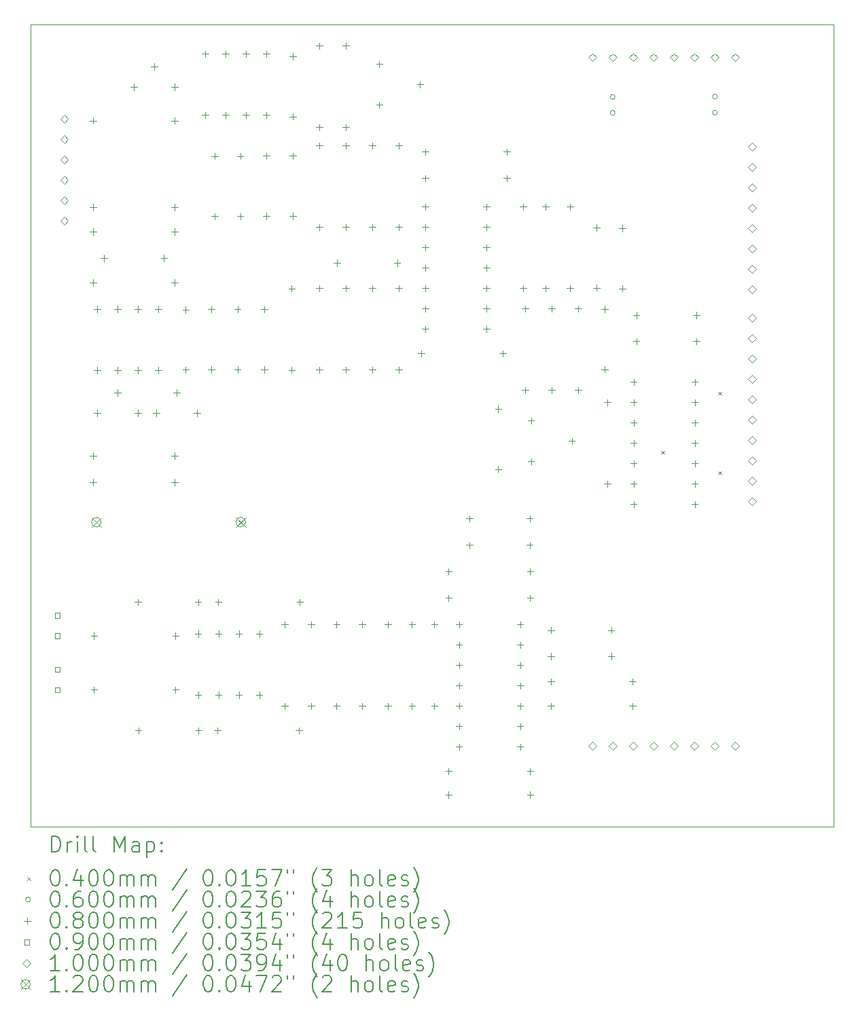
<source format=gbr>
%TF.GenerationSoftware,KiCad,Pcbnew,7.0.3*%
%TF.CreationDate,2023-06-01T17:59:56-04:00*%
%TF.ProjectId,MainModule,4d61696e-4d6f-4647-956c-652e6b696361,rev?*%
%TF.SameCoordinates,Original*%
%TF.FileFunction,Drillmap*%
%TF.FilePolarity,Positive*%
%FSLAX45Y45*%
G04 Gerber Fmt 4.5, Leading zero omitted, Abs format (unit mm)*
G04 Created by KiCad (PCBNEW 7.0.3) date 2023-06-01 17:59:56*
%MOMM*%
%LPD*%
G01*
G04 APERTURE LIST*
%ADD10C,0.100000*%
%ADD11C,0.200000*%
%ADD12C,0.040000*%
%ADD13C,0.060000*%
%ADD14C,0.080000*%
%ADD15C,0.090000*%
%ADD16C,0.120000*%
G04 APERTURE END LIST*
D10*
X0Y0D02*
X10000000Y0D01*
X10000000Y-10000000D01*
X0Y-10000000D01*
X0Y0D01*
D11*
D12*
X7854000Y-5314000D02*
X7894000Y-5354000D01*
X7894000Y-5314000D02*
X7854000Y-5354000D01*
X8565200Y-4577400D02*
X8605200Y-4617400D01*
X8605200Y-4577400D02*
X8565200Y-4617400D01*
X8565200Y-5568000D02*
X8605200Y-5608000D01*
X8605200Y-5568000D02*
X8565200Y-5608000D01*
D13*
X7280000Y-902740D02*
G75*
G03*
X7280000Y-902740I-30000J0D01*
G01*
X7280000Y-1102740D02*
G75*
G03*
X7280000Y-1102740I-30000J0D01*
G01*
X8555000Y-900000D02*
G75*
G03*
X8555000Y-900000I-30000J0D01*
G01*
X8555000Y-1100000D02*
G75*
G03*
X8555000Y-1100000I-30000J0D01*
G01*
D14*
X775000Y-1160000D02*
X775000Y-1240000D01*
X735000Y-1200000D02*
X815000Y-1200000D01*
X776466Y-2237600D02*
X776466Y-2317600D01*
X736466Y-2277600D02*
X816466Y-2277600D01*
X776466Y-2542400D02*
X776466Y-2622400D01*
X736466Y-2582400D02*
X816466Y-2582400D01*
X776466Y-3177400D02*
X776466Y-3257400D01*
X736466Y-3217400D02*
X816466Y-3217400D01*
X776466Y-5336400D02*
X776466Y-5416400D01*
X736466Y-5376400D02*
X816466Y-5376400D01*
X776466Y-5666600D02*
X776466Y-5746600D01*
X736466Y-5706600D02*
X816466Y-5706600D01*
X787400Y-7580000D02*
X787400Y-7660000D01*
X747400Y-7620000D02*
X827400Y-7620000D01*
X787400Y-8253100D02*
X787400Y-8333100D01*
X747400Y-8293100D02*
X827400Y-8293100D01*
X826266Y-3508600D02*
X826266Y-3588600D01*
X786266Y-3548600D02*
X866266Y-3548600D01*
X826266Y-4270600D02*
X826266Y-4350600D01*
X786266Y-4310600D02*
X866266Y-4310600D01*
X827266Y-4803800D02*
X827266Y-4883800D01*
X787266Y-4843800D02*
X867266Y-4843800D01*
X909466Y-2872600D02*
X909466Y-2952600D01*
X869466Y-2912600D02*
X949466Y-2912600D01*
X1080266Y-3508600D02*
X1080266Y-3588600D01*
X1040266Y-3548600D02*
X1120266Y-3548600D01*
X1080266Y-4270600D02*
X1080266Y-4350600D01*
X1040266Y-4310600D02*
X1120266Y-4310600D01*
X1081266Y-4549800D02*
X1081266Y-4629800D01*
X1041266Y-4589800D02*
X1121266Y-4589800D01*
X1282400Y-739200D02*
X1282400Y-819200D01*
X1242400Y-779200D02*
X1322400Y-779200D01*
X1334266Y-3508600D02*
X1334266Y-3588600D01*
X1294266Y-3548600D02*
X1374266Y-3548600D01*
X1334266Y-4270600D02*
X1334266Y-4350600D01*
X1294266Y-4310600D02*
X1374266Y-4310600D01*
X1335000Y-7160000D02*
X1335000Y-7240000D01*
X1295000Y-7200000D02*
X1375000Y-7200000D01*
X1335266Y-4803800D02*
X1335266Y-4883800D01*
X1295266Y-4843800D02*
X1375266Y-4843800D01*
X1340000Y-8760000D02*
X1340000Y-8840000D01*
X1300000Y-8800000D02*
X1380000Y-8800000D01*
X1536400Y-485200D02*
X1536400Y-565200D01*
X1496400Y-525200D02*
X1576400Y-525200D01*
X1563866Y-4803800D02*
X1563866Y-4883800D01*
X1523866Y-4843800D02*
X1603866Y-4843800D01*
X1588266Y-3508600D02*
X1588266Y-3588600D01*
X1548266Y-3548600D02*
X1628266Y-3548600D01*
X1588266Y-4270600D02*
X1588266Y-4350600D01*
X1548266Y-4310600D02*
X1628266Y-4310600D01*
X1659466Y-2872600D02*
X1659466Y-2952600D01*
X1619466Y-2912600D02*
X1699466Y-2912600D01*
X1790400Y-739200D02*
X1790400Y-819200D01*
X1750400Y-779200D02*
X1830400Y-779200D01*
X1791000Y-1160000D02*
X1791000Y-1240000D01*
X1751000Y-1200000D02*
X1831000Y-1200000D01*
X1792466Y-2237600D02*
X1792466Y-2317600D01*
X1752466Y-2277600D02*
X1832466Y-2277600D01*
X1792466Y-2542400D02*
X1792466Y-2622400D01*
X1752466Y-2582400D02*
X1832466Y-2582400D01*
X1792466Y-3177400D02*
X1792466Y-3257400D01*
X1752466Y-3217400D02*
X1832466Y-3217400D01*
X1792466Y-5336400D02*
X1792466Y-5416400D01*
X1752466Y-5376400D02*
X1832466Y-5376400D01*
X1792466Y-5666600D02*
X1792466Y-5746600D01*
X1752466Y-5706600D02*
X1832466Y-5706600D01*
X1803400Y-7580000D02*
X1803400Y-7660000D01*
X1763400Y-7620000D02*
X1843400Y-7620000D01*
X1803400Y-8253100D02*
X1803400Y-8333100D01*
X1763400Y-8293100D02*
X1843400Y-8293100D01*
X1817866Y-4549800D02*
X1817866Y-4629800D01*
X1777866Y-4589800D02*
X1857866Y-4589800D01*
X1930066Y-3515000D02*
X1930066Y-3595000D01*
X1890066Y-3555000D02*
X1970066Y-3555000D01*
X1930066Y-4265000D02*
X1930066Y-4345000D01*
X1890066Y-4305000D02*
X1970066Y-4305000D01*
X2071866Y-4803800D02*
X2071866Y-4883800D01*
X2031866Y-4843800D02*
X2111866Y-4843800D01*
X2083800Y-7553600D02*
X2083800Y-7633600D01*
X2043800Y-7593600D02*
X2123800Y-7593600D01*
X2083800Y-8315600D02*
X2083800Y-8395600D01*
X2043800Y-8355600D02*
X2123800Y-8355600D01*
X2085000Y-7160000D02*
X2085000Y-7240000D01*
X2045000Y-7200000D02*
X2125000Y-7200000D01*
X2090000Y-8760000D02*
X2090000Y-8840000D01*
X2050000Y-8800000D02*
X2130000Y-8800000D01*
X2171700Y-327500D02*
X2171700Y-407500D01*
X2131700Y-367500D02*
X2211700Y-367500D01*
X2171700Y-1089500D02*
X2171700Y-1169500D01*
X2131700Y-1129500D02*
X2211700Y-1129500D01*
X2250000Y-3510000D02*
X2250000Y-3590000D01*
X2210000Y-3550000D02*
X2290000Y-3550000D01*
X2250000Y-4260000D02*
X2250000Y-4340000D01*
X2210000Y-4300000D02*
X2290000Y-4300000D01*
X2290000Y-1600000D02*
X2290000Y-1680000D01*
X2250000Y-1640000D02*
X2330000Y-1640000D01*
X2290000Y-2350000D02*
X2290000Y-2430000D01*
X2250000Y-2390000D02*
X2330000Y-2390000D01*
X2324100Y-8761100D02*
X2324100Y-8841100D01*
X2284100Y-8801100D02*
X2364100Y-8801100D01*
X2336800Y-7160900D02*
X2336800Y-7240900D01*
X2296800Y-7200900D02*
X2376800Y-7200900D01*
X2337800Y-7553600D02*
X2337800Y-7633600D01*
X2297800Y-7593600D02*
X2377800Y-7593600D01*
X2337800Y-8315600D02*
X2337800Y-8395600D01*
X2297800Y-8355600D02*
X2377800Y-8355600D01*
X2425700Y-327500D02*
X2425700Y-407500D01*
X2385700Y-367500D02*
X2465700Y-367500D01*
X2425700Y-1089500D02*
X2425700Y-1169500D01*
X2385700Y-1129500D02*
X2465700Y-1129500D01*
X2575000Y-3510000D02*
X2575000Y-3590000D01*
X2535000Y-3550000D02*
X2615000Y-3550000D01*
X2575000Y-4260000D02*
X2575000Y-4340000D01*
X2535000Y-4300000D02*
X2615000Y-4300000D01*
X2591800Y-7553600D02*
X2591800Y-7633600D01*
X2551800Y-7593600D02*
X2631800Y-7593600D01*
X2591800Y-8315600D02*
X2591800Y-8395600D01*
X2551800Y-8355600D02*
X2631800Y-8355600D01*
X2610000Y-1600000D02*
X2610000Y-1680000D01*
X2570000Y-1640000D02*
X2650000Y-1640000D01*
X2610000Y-2350000D02*
X2610000Y-2430000D01*
X2570000Y-2390000D02*
X2650000Y-2390000D01*
X2679700Y-327500D02*
X2679700Y-407500D01*
X2639700Y-367500D02*
X2719700Y-367500D01*
X2679700Y-1089500D02*
X2679700Y-1169500D01*
X2639700Y-1129500D02*
X2719700Y-1129500D01*
X2845800Y-7553600D02*
X2845800Y-7633600D01*
X2805800Y-7593600D02*
X2885800Y-7593600D01*
X2845800Y-8315600D02*
X2845800Y-8395600D01*
X2805800Y-8355600D02*
X2885800Y-8355600D01*
X2909800Y-3510000D02*
X2909800Y-3590000D01*
X2869800Y-3550000D02*
X2949800Y-3550000D01*
X2909800Y-4260000D02*
X2909800Y-4340000D01*
X2869800Y-4300000D02*
X2949800Y-4300000D01*
X2932700Y-1598500D02*
X2932700Y-1678500D01*
X2892700Y-1638500D02*
X2972700Y-1638500D01*
X2932700Y-2348500D02*
X2932700Y-2428500D01*
X2892700Y-2388500D02*
X2972700Y-2388500D01*
X2933700Y-327500D02*
X2933700Y-407500D01*
X2893700Y-367500D02*
X2973700Y-367500D01*
X2933700Y-1089500D02*
X2933700Y-1169500D01*
X2893700Y-1129500D02*
X2973700Y-1129500D01*
X3162300Y-7440300D02*
X3162300Y-7520300D01*
X3122300Y-7480300D02*
X3202300Y-7480300D01*
X3162300Y-8456300D02*
X3162300Y-8536300D01*
X3122300Y-8496300D02*
X3202300Y-8496300D01*
X3250000Y-3252000D02*
X3250000Y-3332000D01*
X3210000Y-3292000D02*
X3290000Y-3292000D01*
X3250000Y-4268000D02*
X3250000Y-4348000D01*
X3210000Y-4308000D02*
X3290000Y-4308000D01*
X3262900Y-359900D02*
X3262900Y-439900D01*
X3222900Y-399900D02*
X3302900Y-399900D01*
X3262900Y-1109900D02*
X3262900Y-1189900D01*
X3222900Y-1149900D02*
X3302900Y-1149900D01*
X3262900Y-1598500D02*
X3262900Y-1678500D01*
X3222900Y-1638500D02*
X3302900Y-1638500D01*
X3262900Y-2348500D02*
X3262900Y-2428500D01*
X3222900Y-2388500D02*
X3302900Y-2388500D01*
X3340100Y-8761100D02*
X3340100Y-8841100D01*
X3300100Y-8801100D02*
X3380100Y-8801100D01*
X3352800Y-7160900D02*
X3352800Y-7240900D01*
X3312800Y-7200900D02*
X3392800Y-7200900D01*
X3492500Y-7440300D02*
X3492500Y-7520300D01*
X3452500Y-7480300D02*
X3532500Y-7480300D01*
X3492500Y-8456300D02*
X3492500Y-8536300D01*
X3452500Y-8496300D02*
X3532500Y-8496300D01*
X3593100Y-226900D02*
X3593100Y-306900D01*
X3553100Y-266900D02*
X3633100Y-266900D01*
X3593100Y-1242900D02*
X3593100Y-1322900D01*
X3553100Y-1282900D02*
X3633100Y-1282900D01*
X3593100Y-1471500D02*
X3593100Y-1551500D01*
X3553100Y-1511500D02*
X3633100Y-1511500D01*
X3593100Y-2487500D02*
X3593100Y-2567500D01*
X3553100Y-2527500D02*
X3633100Y-2527500D01*
X3593100Y-3249500D02*
X3593100Y-3329500D01*
X3553100Y-3289500D02*
X3633100Y-3289500D01*
X3593100Y-4265500D02*
X3593100Y-4345500D01*
X3553100Y-4305500D02*
X3633100Y-4305500D01*
X3810000Y-7440300D02*
X3810000Y-7520300D01*
X3770000Y-7480300D02*
X3850000Y-7480300D01*
X3810000Y-8456300D02*
X3810000Y-8536300D01*
X3770000Y-8496300D02*
X3850000Y-8496300D01*
X3816000Y-2931800D02*
X3816000Y-3011800D01*
X3776000Y-2971800D02*
X3856000Y-2971800D01*
X3923300Y-226900D02*
X3923300Y-306900D01*
X3883300Y-266900D02*
X3963300Y-266900D01*
X3923300Y-1242900D02*
X3923300Y-1322900D01*
X3883300Y-1282900D02*
X3963300Y-1282900D01*
X3923300Y-1471500D02*
X3923300Y-1551500D01*
X3883300Y-1511500D02*
X3963300Y-1511500D01*
X3923300Y-2487500D02*
X3923300Y-2567500D01*
X3883300Y-2527500D02*
X3963300Y-2527500D01*
X3923300Y-3249500D02*
X3923300Y-3329500D01*
X3883300Y-3289500D02*
X3963300Y-3289500D01*
X3923300Y-4265500D02*
X3923300Y-4345500D01*
X3883300Y-4305500D02*
X3963300Y-4305500D01*
X4127500Y-7440300D02*
X4127500Y-7520300D01*
X4087500Y-7480300D02*
X4167500Y-7480300D01*
X4127500Y-8456300D02*
X4127500Y-8536300D01*
X4087500Y-8496300D02*
X4167500Y-8496300D01*
X4253500Y-1471500D02*
X4253500Y-1551500D01*
X4213500Y-1511500D02*
X4293500Y-1511500D01*
X4253500Y-2487500D02*
X4253500Y-2567500D01*
X4213500Y-2527500D02*
X4293500Y-2527500D01*
X4253500Y-3249500D02*
X4253500Y-3329500D01*
X4213500Y-3289500D02*
X4293500Y-3289500D01*
X4253500Y-4265500D02*
X4253500Y-4345500D01*
X4213500Y-4305500D02*
X4293500Y-4305500D01*
X4343600Y-455500D02*
X4343600Y-535500D01*
X4303600Y-495500D02*
X4383600Y-495500D01*
X4343600Y-963500D02*
X4343600Y-1043500D01*
X4303600Y-1003500D02*
X4383600Y-1003500D01*
X4450080Y-7440300D02*
X4450080Y-7520300D01*
X4410080Y-7480300D02*
X4490080Y-7480300D01*
X4450080Y-8456300D02*
X4450080Y-8536300D01*
X4410080Y-8496300D02*
X4490080Y-8496300D01*
X4566000Y-2931800D02*
X4566000Y-3011800D01*
X4526000Y-2971800D02*
X4606000Y-2971800D01*
X4583700Y-1471500D02*
X4583700Y-1551500D01*
X4543700Y-1511500D02*
X4623700Y-1511500D01*
X4583700Y-2487500D02*
X4583700Y-2567500D01*
X4543700Y-2527500D02*
X4623700Y-2527500D01*
X4583700Y-3249500D02*
X4583700Y-3329500D01*
X4543700Y-3289500D02*
X4623700Y-3289500D01*
X4583700Y-4265500D02*
X4583700Y-4345500D01*
X4543700Y-4305500D02*
X4623700Y-4305500D01*
X4749800Y-7440300D02*
X4749800Y-7520300D01*
X4709800Y-7480300D02*
X4789800Y-7480300D01*
X4749800Y-8456300D02*
X4749800Y-8536300D01*
X4709800Y-8496300D02*
X4789800Y-8496300D01*
X4851600Y-709500D02*
X4851600Y-789500D01*
X4811600Y-749500D02*
X4891600Y-749500D01*
X4863100Y-4062300D02*
X4863100Y-4142300D01*
X4823100Y-4102300D02*
X4903100Y-4102300D01*
X4913900Y-1547700D02*
X4913900Y-1627700D01*
X4873900Y-1587700D02*
X4953900Y-1587700D01*
X4913900Y-1877900D02*
X4913900Y-1957900D01*
X4873900Y-1917900D02*
X4953900Y-1917900D01*
X4914900Y-2233000D02*
X4914900Y-2313000D01*
X4874900Y-2273000D02*
X4954900Y-2273000D01*
X4914900Y-2487000D02*
X4914900Y-2567000D01*
X4874900Y-2527000D02*
X4954900Y-2527000D01*
X4914900Y-2741000D02*
X4914900Y-2821000D01*
X4874900Y-2781000D02*
X4954900Y-2781000D01*
X4914900Y-2995000D02*
X4914900Y-3075000D01*
X4874900Y-3035000D02*
X4954900Y-3035000D01*
X4914900Y-3249000D02*
X4914900Y-3329000D01*
X4874900Y-3289000D02*
X4954900Y-3289000D01*
X4914900Y-3503000D02*
X4914900Y-3583000D01*
X4874900Y-3543000D02*
X4954900Y-3543000D01*
X4914900Y-3757000D02*
X4914900Y-3837000D01*
X4874900Y-3797000D02*
X4954900Y-3797000D01*
X5029200Y-7440300D02*
X5029200Y-7520300D01*
X4989200Y-7480300D02*
X5069200Y-7480300D01*
X5029200Y-8456300D02*
X5029200Y-8536300D01*
X4989200Y-8496300D02*
X5069200Y-8496300D01*
X5207000Y-6779900D02*
X5207000Y-6859900D01*
X5167000Y-6819900D02*
X5247000Y-6819900D01*
X5207000Y-7110100D02*
X5207000Y-7190100D01*
X5167000Y-7150100D02*
X5247000Y-7150100D01*
X5207000Y-9269100D02*
X5207000Y-9349100D01*
X5167000Y-9309100D02*
X5247000Y-9309100D01*
X5207000Y-9561200D02*
X5207000Y-9641200D01*
X5167000Y-9601200D02*
X5247000Y-9601200D01*
X5335000Y-7439800D02*
X5335000Y-7519800D01*
X5295000Y-7479800D02*
X5375000Y-7479800D01*
X5335000Y-7693800D02*
X5335000Y-7773800D01*
X5295000Y-7733800D02*
X5375000Y-7733800D01*
X5335000Y-7947800D02*
X5335000Y-8027800D01*
X5295000Y-7987800D02*
X5375000Y-7987800D01*
X5335000Y-8201800D02*
X5335000Y-8281800D01*
X5295000Y-8241800D02*
X5375000Y-8241800D01*
X5335000Y-8455800D02*
X5335000Y-8535800D01*
X5295000Y-8495800D02*
X5375000Y-8495800D01*
X5335000Y-8709800D02*
X5335000Y-8789800D01*
X5295000Y-8749800D02*
X5375000Y-8749800D01*
X5335000Y-8963800D02*
X5335000Y-9043800D01*
X5295000Y-9003800D02*
X5375000Y-9003800D01*
X5467000Y-6119500D02*
X5467000Y-6199500D01*
X5427000Y-6159500D02*
X5507000Y-6159500D01*
X5467000Y-6449700D02*
X5467000Y-6529700D01*
X5427000Y-6489700D02*
X5507000Y-6489700D01*
X5676900Y-2233000D02*
X5676900Y-2313000D01*
X5636900Y-2273000D02*
X5716900Y-2273000D01*
X5676900Y-2487000D02*
X5676900Y-2567000D01*
X5636900Y-2527000D02*
X5716900Y-2527000D01*
X5676900Y-2741000D02*
X5676900Y-2821000D01*
X5636900Y-2781000D02*
X5716900Y-2781000D01*
X5676900Y-2995000D02*
X5676900Y-3075000D01*
X5636900Y-3035000D02*
X5716900Y-3035000D01*
X5676900Y-3249000D02*
X5676900Y-3329000D01*
X5636900Y-3289000D02*
X5716900Y-3289000D01*
X5676900Y-3503000D02*
X5676900Y-3583000D01*
X5636900Y-3543000D02*
X5716900Y-3543000D01*
X5676900Y-3757000D02*
X5676900Y-3837000D01*
X5636900Y-3797000D02*
X5716900Y-3797000D01*
X5823800Y-4753900D02*
X5823800Y-4833900D01*
X5783800Y-4793900D02*
X5863800Y-4793900D01*
X5823800Y-5503900D02*
X5823800Y-5583900D01*
X5783800Y-5543900D02*
X5863800Y-5543900D01*
X5879100Y-4062300D02*
X5879100Y-4142300D01*
X5839100Y-4102300D02*
X5919100Y-4102300D01*
X5929900Y-1547700D02*
X5929900Y-1627700D01*
X5889900Y-1587700D02*
X5969900Y-1587700D01*
X5929900Y-1877900D02*
X5929900Y-1957900D01*
X5889900Y-1917900D02*
X5969900Y-1917900D01*
X6097000Y-7439800D02*
X6097000Y-7519800D01*
X6057000Y-7479800D02*
X6137000Y-7479800D01*
X6097000Y-7693800D02*
X6097000Y-7773800D01*
X6057000Y-7733800D02*
X6137000Y-7733800D01*
X6097000Y-7947800D02*
X6097000Y-8027800D01*
X6057000Y-7987800D02*
X6137000Y-7987800D01*
X6097000Y-8201800D02*
X6097000Y-8281800D01*
X6057000Y-8241800D02*
X6137000Y-8241800D01*
X6097000Y-8455800D02*
X6097000Y-8535800D01*
X6057000Y-8495800D02*
X6137000Y-8495800D01*
X6097000Y-8709800D02*
X6097000Y-8789800D01*
X6057000Y-8749800D02*
X6137000Y-8749800D01*
X6097000Y-8963800D02*
X6097000Y-9043800D01*
X6057000Y-9003800D02*
X6137000Y-9003800D01*
X6133100Y-2233500D02*
X6133100Y-2313500D01*
X6093100Y-2273500D02*
X6173100Y-2273500D01*
X6133100Y-3249500D02*
X6133100Y-3329500D01*
X6093100Y-3289500D02*
X6173100Y-3289500D01*
X6158500Y-3503500D02*
X6158500Y-3583500D01*
X6118500Y-3543500D02*
X6198500Y-3543500D01*
X6158500Y-4519500D02*
X6158500Y-4599500D01*
X6118500Y-4559500D02*
X6198500Y-4559500D01*
X6217000Y-6119500D02*
X6217000Y-6199500D01*
X6177000Y-6159500D02*
X6257000Y-6159500D01*
X6217000Y-6449700D02*
X6217000Y-6529700D01*
X6177000Y-6489700D02*
X6257000Y-6489700D01*
X6223000Y-6779900D02*
X6223000Y-6859900D01*
X6183000Y-6819900D02*
X6263000Y-6819900D01*
X6223000Y-7110100D02*
X6223000Y-7190100D01*
X6183000Y-7150100D02*
X6263000Y-7150100D01*
X6223000Y-9269100D02*
X6223000Y-9349100D01*
X6183000Y-9309100D02*
X6263000Y-9309100D01*
X6223000Y-9561200D02*
X6223000Y-9641200D01*
X6183000Y-9601200D02*
X6263000Y-9601200D01*
X6232400Y-4899800D02*
X6232400Y-4979800D01*
X6192400Y-4939800D02*
X6272400Y-4939800D01*
X6232400Y-5407800D02*
X6232400Y-5487800D01*
X6192400Y-5447800D02*
X6272400Y-5447800D01*
X6412500Y-2233500D02*
X6412500Y-2313500D01*
X6372500Y-2273500D02*
X6452500Y-2273500D01*
X6412500Y-3249500D02*
X6412500Y-3329500D01*
X6372500Y-3289500D02*
X6452500Y-3289500D01*
X6483000Y-7510000D02*
X6483000Y-7590000D01*
X6443000Y-7550000D02*
X6523000Y-7550000D01*
X6483000Y-7835000D02*
X6483000Y-7915000D01*
X6443000Y-7875000D02*
X6523000Y-7875000D01*
X6483400Y-8151500D02*
X6483400Y-8231500D01*
X6443400Y-8191500D02*
X6523400Y-8191500D01*
X6483400Y-8456300D02*
X6483400Y-8536300D01*
X6443400Y-8496300D02*
X6523400Y-8496300D01*
X6488700Y-3503500D02*
X6488700Y-3583500D01*
X6448700Y-3543500D02*
X6528700Y-3543500D01*
X6488700Y-4519500D02*
X6488700Y-4599500D01*
X6448700Y-4559500D02*
X6528700Y-4559500D01*
X6717300Y-2233500D02*
X6717300Y-2313500D01*
X6677300Y-2273500D02*
X6757300Y-2273500D01*
X6717300Y-3249500D02*
X6717300Y-3329500D01*
X6677300Y-3289500D02*
X6757300Y-3289500D01*
X6740400Y-5153800D02*
X6740400Y-5233800D01*
X6700400Y-5193800D02*
X6780400Y-5193800D01*
X6818900Y-3503500D02*
X6818900Y-3583500D01*
X6778900Y-3543500D02*
X6858900Y-3543500D01*
X6818900Y-4519500D02*
X6818900Y-4599500D01*
X6778900Y-4559500D02*
X6858900Y-4559500D01*
X7047500Y-2493500D02*
X7047500Y-2573500D01*
X7007500Y-2533500D02*
X7087500Y-2533500D01*
X7047500Y-3243500D02*
X7047500Y-3323500D01*
X7007500Y-3283500D02*
X7087500Y-3283500D01*
X7149100Y-3509500D02*
X7149100Y-3589500D01*
X7109100Y-3549500D02*
X7189100Y-3549500D01*
X7149100Y-4259500D02*
X7149100Y-4339500D01*
X7109100Y-4299500D02*
X7189100Y-4299500D01*
X7183700Y-4671200D02*
X7183700Y-4751200D01*
X7143700Y-4711200D02*
X7223700Y-4711200D01*
X7183700Y-5687200D02*
X7183700Y-5767200D01*
X7143700Y-5727200D02*
X7223700Y-5727200D01*
X7233000Y-7510000D02*
X7233000Y-7590000D01*
X7193000Y-7550000D02*
X7273000Y-7550000D01*
X7233000Y-7835000D02*
X7233000Y-7915000D01*
X7193000Y-7875000D02*
X7273000Y-7875000D01*
X7370000Y-2500000D02*
X7370000Y-2580000D01*
X7330000Y-2540000D02*
X7410000Y-2540000D01*
X7370000Y-3250000D02*
X7370000Y-3330000D01*
X7330000Y-3290000D02*
X7410000Y-3290000D01*
X7499400Y-8151500D02*
X7499400Y-8231500D01*
X7459400Y-8191500D02*
X7539400Y-8191500D01*
X7499400Y-8456300D02*
X7499400Y-8536300D01*
X7459400Y-8496300D02*
X7539400Y-8496300D01*
X7512900Y-4417700D02*
X7512900Y-4497700D01*
X7472900Y-4457700D02*
X7552900Y-4457700D01*
X7512900Y-4671700D02*
X7512900Y-4751700D01*
X7472900Y-4711700D02*
X7552900Y-4711700D01*
X7512900Y-4925700D02*
X7512900Y-5005700D01*
X7472900Y-4965700D02*
X7552900Y-4965700D01*
X7512900Y-5179700D02*
X7512900Y-5259700D01*
X7472900Y-5219700D02*
X7552900Y-5219700D01*
X7512900Y-5433700D02*
X7512900Y-5513700D01*
X7472900Y-5473700D02*
X7552900Y-5473700D01*
X7512900Y-5687700D02*
X7512900Y-5767700D01*
X7472900Y-5727700D02*
X7552900Y-5727700D01*
X7512900Y-5941700D02*
X7512900Y-6021700D01*
X7472900Y-5981700D02*
X7552900Y-5981700D01*
X7545000Y-3585000D02*
X7545000Y-3665000D01*
X7505000Y-3625000D02*
X7585000Y-3625000D01*
X7545000Y-3910000D02*
X7545000Y-3990000D01*
X7505000Y-3950000D02*
X7585000Y-3950000D01*
X8274900Y-4417700D02*
X8274900Y-4497700D01*
X8234900Y-4457700D02*
X8314900Y-4457700D01*
X8274900Y-4671700D02*
X8274900Y-4751700D01*
X8234900Y-4711700D02*
X8314900Y-4711700D01*
X8274900Y-4925700D02*
X8274900Y-5005700D01*
X8234900Y-4965700D02*
X8314900Y-4965700D01*
X8274900Y-5179700D02*
X8274900Y-5259700D01*
X8234900Y-5219700D02*
X8314900Y-5219700D01*
X8274900Y-5433700D02*
X8274900Y-5513700D01*
X8234900Y-5473700D02*
X8314900Y-5473700D01*
X8274900Y-5687700D02*
X8274900Y-5767700D01*
X8234900Y-5727700D02*
X8314900Y-5727700D01*
X8274900Y-5941700D02*
X8274900Y-6021700D01*
X8234900Y-5981700D02*
X8314900Y-5981700D01*
X8295000Y-3585000D02*
X8295000Y-3665000D01*
X8255000Y-3625000D02*
X8335000Y-3625000D01*
X8295000Y-3910000D02*
X8295000Y-3990000D01*
X8255000Y-3950000D02*
X8335000Y-3950000D01*
D15*
X362020Y-7397820D02*
X362020Y-7334180D01*
X298380Y-7334180D01*
X298380Y-7397820D01*
X362020Y-7397820D01*
X362020Y-7651820D02*
X362020Y-7588180D01*
X298380Y-7588180D01*
X298380Y-7651820D01*
X362020Y-7651820D01*
X362020Y-8070920D02*
X362020Y-8007280D01*
X298380Y-8007280D01*
X298380Y-8070920D01*
X362020Y-8070920D01*
X362020Y-8324920D02*
X362020Y-8261280D01*
X298380Y-8261280D01*
X298380Y-8324920D01*
X362020Y-8324920D01*
D10*
X416000Y-1230000D02*
X466000Y-1180000D01*
X416000Y-1130000D01*
X366000Y-1180000D01*
X416000Y-1230000D01*
X416000Y-1484000D02*
X466000Y-1434000D01*
X416000Y-1384000D01*
X366000Y-1434000D01*
X416000Y-1484000D01*
X416000Y-1738000D02*
X466000Y-1688000D01*
X416000Y-1638000D01*
X366000Y-1688000D01*
X416000Y-1738000D01*
X416000Y-1992000D02*
X466000Y-1942000D01*
X416000Y-1892000D01*
X366000Y-1942000D01*
X416000Y-1992000D01*
X416000Y-2246000D02*
X466000Y-2196000D01*
X416000Y-2146000D01*
X366000Y-2196000D01*
X416000Y-2246000D01*
X416000Y-2500000D02*
X466000Y-2450000D01*
X416000Y-2400000D01*
X366000Y-2450000D01*
X416000Y-2500000D01*
X7000000Y-461000D02*
X7050000Y-411000D01*
X7000000Y-361000D01*
X6950000Y-411000D01*
X7000000Y-461000D01*
X7000000Y-9040000D02*
X7050000Y-8990000D01*
X7000000Y-8940000D01*
X6950000Y-8990000D01*
X7000000Y-9040000D01*
X7254000Y-461000D02*
X7304000Y-411000D01*
X7254000Y-361000D01*
X7204000Y-411000D01*
X7254000Y-461000D01*
X7254000Y-9040000D02*
X7304000Y-8990000D01*
X7254000Y-8940000D01*
X7204000Y-8990000D01*
X7254000Y-9040000D01*
X7508000Y-461000D02*
X7558000Y-411000D01*
X7508000Y-361000D01*
X7458000Y-411000D01*
X7508000Y-461000D01*
X7508000Y-9040000D02*
X7558000Y-8990000D01*
X7508000Y-8940000D01*
X7458000Y-8990000D01*
X7508000Y-9040000D01*
X7762000Y-461000D02*
X7812000Y-411000D01*
X7762000Y-361000D01*
X7712000Y-411000D01*
X7762000Y-461000D01*
X7762000Y-9040000D02*
X7812000Y-8990000D01*
X7762000Y-8940000D01*
X7712000Y-8990000D01*
X7762000Y-9040000D01*
X8016000Y-461000D02*
X8066000Y-411000D01*
X8016000Y-361000D01*
X7966000Y-411000D01*
X8016000Y-461000D01*
X8016000Y-9040000D02*
X8066000Y-8990000D01*
X8016000Y-8940000D01*
X7966000Y-8990000D01*
X8016000Y-9040000D01*
X8270000Y-461000D02*
X8320000Y-411000D01*
X8270000Y-361000D01*
X8220000Y-411000D01*
X8270000Y-461000D01*
X8270000Y-9040000D02*
X8320000Y-8990000D01*
X8270000Y-8940000D01*
X8220000Y-8990000D01*
X8270000Y-9040000D01*
X8524000Y-461000D02*
X8574000Y-411000D01*
X8524000Y-361000D01*
X8474000Y-411000D01*
X8524000Y-461000D01*
X8524000Y-9040000D02*
X8574000Y-8990000D01*
X8524000Y-8940000D01*
X8474000Y-8990000D01*
X8524000Y-9040000D01*
X8778000Y-461000D02*
X8828000Y-411000D01*
X8778000Y-361000D01*
X8728000Y-411000D01*
X8778000Y-461000D01*
X8778000Y-9040000D02*
X8828000Y-8990000D01*
X8778000Y-8940000D01*
X8728000Y-8990000D01*
X8778000Y-9040000D01*
X8990000Y-1572000D02*
X9040000Y-1522000D01*
X8990000Y-1472000D01*
X8940000Y-1522000D01*
X8990000Y-1572000D01*
X8990000Y-1826000D02*
X9040000Y-1776000D01*
X8990000Y-1726000D01*
X8940000Y-1776000D01*
X8990000Y-1826000D01*
X8990000Y-2080000D02*
X9040000Y-2030000D01*
X8990000Y-1980000D01*
X8940000Y-2030000D01*
X8990000Y-2080000D01*
X8990000Y-2334000D02*
X9040000Y-2284000D01*
X8990000Y-2234000D01*
X8940000Y-2284000D01*
X8990000Y-2334000D01*
X8990000Y-2588000D02*
X9040000Y-2538000D01*
X8990000Y-2488000D01*
X8940000Y-2538000D01*
X8990000Y-2588000D01*
X8990000Y-2842000D02*
X9040000Y-2792000D01*
X8990000Y-2742000D01*
X8940000Y-2792000D01*
X8990000Y-2842000D01*
X8990000Y-3096000D02*
X9040000Y-3046000D01*
X8990000Y-2996000D01*
X8940000Y-3046000D01*
X8990000Y-3096000D01*
X8990000Y-3350000D02*
X9040000Y-3300000D01*
X8990000Y-3250000D01*
X8940000Y-3300000D01*
X8990000Y-3350000D01*
X8990000Y-3707600D02*
X9040000Y-3657600D01*
X8990000Y-3607600D01*
X8940000Y-3657600D01*
X8990000Y-3707600D01*
X8990000Y-3961600D02*
X9040000Y-3911600D01*
X8990000Y-3861600D01*
X8940000Y-3911600D01*
X8990000Y-3961600D01*
X8990000Y-4215600D02*
X9040000Y-4165600D01*
X8990000Y-4115600D01*
X8940000Y-4165600D01*
X8990000Y-4215600D01*
X8990000Y-4469600D02*
X9040000Y-4419600D01*
X8990000Y-4369600D01*
X8940000Y-4419600D01*
X8990000Y-4469600D01*
X8990000Y-4723600D02*
X9040000Y-4673600D01*
X8990000Y-4623600D01*
X8940000Y-4673600D01*
X8990000Y-4723600D01*
X8990000Y-4977600D02*
X9040000Y-4927600D01*
X8990000Y-4877600D01*
X8940000Y-4927600D01*
X8990000Y-4977600D01*
X8990000Y-5231600D02*
X9040000Y-5181600D01*
X8990000Y-5131600D01*
X8940000Y-5181600D01*
X8990000Y-5231600D01*
X8990000Y-5485600D02*
X9040000Y-5435600D01*
X8990000Y-5385600D01*
X8940000Y-5435600D01*
X8990000Y-5485600D01*
X8990000Y-5739600D02*
X9040000Y-5689600D01*
X8990000Y-5639600D01*
X8940000Y-5689600D01*
X8990000Y-5739600D01*
X8990000Y-5993600D02*
X9040000Y-5943600D01*
X8990000Y-5893600D01*
X8940000Y-5943600D01*
X8990000Y-5993600D01*
D16*
X756266Y-6143450D02*
X876266Y-6263450D01*
X876266Y-6143450D02*
X756266Y-6263450D01*
X876266Y-6203450D02*
G75*
G03*
X876266Y-6203450I-60000J0D01*
G01*
X2556266Y-6143450D02*
X2676266Y-6263450D01*
X2676266Y-6143450D02*
X2556266Y-6263450D01*
X2676266Y-6203450D02*
G75*
G03*
X2676266Y-6203450I-60000J0D01*
G01*
D11*
X255777Y-10316484D02*
X255777Y-10116484D01*
X255777Y-10116484D02*
X303396Y-10116484D01*
X303396Y-10116484D02*
X331967Y-10126008D01*
X331967Y-10126008D02*
X351015Y-10145055D01*
X351015Y-10145055D02*
X360539Y-10164103D01*
X360539Y-10164103D02*
X370062Y-10202198D01*
X370062Y-10202198D02*
X370062Y-10230770D01*
X370062Y-10230770D02*
X360539Y-10268865D01*
X360539Y-10268865D02*
X351015Y-10287912D01*
X351015Y-10287912D02*
X331967Y-10306960D01*
X331967Y-10306960D02*
X303396Y-10316484D01*
X303396Y-10316484D02*
X255777Y-10316484D01*
X455777Y-10316484D02*
X455777Y-10183150D01*
X455777Y-10221246D02*
X465301Y-10202198D01*
X465301Y-10202198D02*
X474824Y-10192674D01*
X474824Y-10192674D02*
X493872Y-10183150D01*
X493872Y-10183150D02*
X512920Y-10183150D01*
X579586Y-10316484D02*
X579586Y-10183150D01*
X579586Y-10116484D02*
X570063Y-10126008D01*
X570063Y-10126008D02*
X579586Y-10135531D01*
X579586Y-10135531D02*
X589110Y-10126008D01*
X589110Y-10126008D02*
X579586Y-10116484D01*
X579586Y-10116484D02*
X579586Y-10135531D01*
X703396Y-10316484D02*
X684348Y-10306960D01*
X684348Y-10306960D02*
X674824Y-10287912D01*
X674824Y-10287912D02*
X674824Y-10116484D01*
X808158Y-10316484D02*
X789110Y-10306960D01*
X789110Y-10306960D02*
X779586Y-10287912D01*
X779586Y-10287912D02*
X779586Y-10116484D01*
X1036729Y-10316484D02*
X1036729Y-10116484D01*
X1036729Y-10116484D02*
X1103396Y-10259341D01*
X1103396Y-10259341D02*
X1170063Y-10116484D01*
X1170063Y-10116484D02*
X1170063Y-10316484D01*
X1351015Y-10316484D02*
X1351015Y-10211722D01*
X1351015Y-10211722D02*
X1341491Y-10192674D01*
X1341491Y-10192674D02*
X1322444Y-10183150D01*
X1322444Y-10183150D02*
X1284348Y-10183150D01*
X1284348Y-10183150D02*
X1265301Y-10192674D01*
X1351015Y-10306960D02*
X1331967Y-10316484D01*
X1331967Y-10316484D02*
X1284348Y-10316484D01*
X1284348Y-10316484D02*
X1265301Y-10306960D01*
X1265301Y-10306960D02*
X1255777Y-10287912D01*
X1255777Y-10287912D02*
X1255777Y-10268865D01*
X1255777Y-10268865D02*
X1265301Y-10249817D01*
X1265301Y-10249817D02*
X1284348Y-10240293D01*
X1284348Y-10240293D02*
X1331967Y-10240293D01*
X1331967Y-10240293D02*
X1351015Y-10230770D01*
X1446253Y-10183150D02*
X1446253Y-10383150D01*
X1446253Y-10192674D02*
X1465301Y-10183150D01*
X1465301Y-10183150D02*
X1503396Y-10183150D01*
X1503396Y-10183150D02*
X1522443Y-10192674D01*
X1522443Y-10192674D02*
X1531967Y-10202198D01*
X1531967Y-10202198D02*
X1541491Y-10221246D01*
X1541491Y-10221246D02*
X1541491Y-10278389D01*
X1541491Y-10278389D02*
X1531967Y-10297436D01*
X1531967Y-10297436D02*
X1522443Y-10306960D01*
X1522443Y-10306960D02*
X1503396Y-10316484D01*
X1503396Y-10316484D02*
X1465301Y-10316484D01*
X1465301Y-10316484D02*
X1446253Y-10306960D01*
X1627205Y-10297436D02*
X1636729Y-10306960D01*
X1636729Y-10306960D02*
X1627205Y-10316484D01*
X1627205Y-10316484D02*
X1617682Y-10306960D01*
X1617682Y-10306960D02*
X1627205Y-10297436D01*
X1627205Y-10297436D02*
X1627205Y-10316484D01*
X1627205Y-10192674D02*
X1636729Y-10202198D01*
X1636729Y-10202198D02*
X1627205Y-10211722D01*
X1627205Y-10211722D02*
X1617682Y-10202198D01*
X1617682Y-10202198D02*
X1627205Y-10192674D01*
X1627205Y-10192674D02*
X1627205Y-10211722D01*
D12*
X-45000Y-10625000D02*
X-5000Y-10665000D01*
X-5000Y-10625000D02*
X-45000Y-10665000D01*
D11*
X293872Y-10536484D02*
X312920Y-10536484D01*
X312920Y-10536484D02*
X331967Y-10546008D01*
X331967Y-10546008D02*
X341491Y-10555531D01*
X341491Y-10555531D02*
X351015Y-10574579D01*
X351015Y-10574579D02*
X360539Y-10612674D01*
X360539Y-10612674D02*
X360539Y-10660293D01*
X360539Y-10660293D02*
X351015Y-10698389D01*
X351015Y-10698389D02*
X341491Y-10717436D01*
X341491Y-10717436D02*
X331967Y-10726960D01*
X331967Y-10726960D02*
X312920Y-10736484D01*
X312920Y-10736484D02*
X293872Y-10736484D01*
X293872Y-10736484D02*
X274824Y-10726960D01*
X274824Y-10726960D02*
X265301Y-10717436D01*
X265301Y-10717436D02*
X255777Y-10698389D01*
X255777Y-10698389D02*
X246253Y-10660293D01*
X246253Y-10660293D02*
X246253Y-10612674D01*
X246253Y-10612674D02*
X255777Y-10574579D01*
X255777Y-10574579D02*
X265301Y-10555531D01*
X265301Y-10555531D02*
X274824Y-10546008D01*
X274824Y-10546008D02*
X293872Y-10536484D01*
X446253Y-10717436D02*
X455777Y-10726960D01*
X455777Y-10726960D02*
X446253Y-10736484D01*
X446253Y-10736484D02*
X436729Y-10726960D01*
X436729Y-10726960D02*
X446253Y-10717436D01*
X446253Y-10717436D02*
X446253Y-10736484D01*
X627205Y-10603150D02*
X627205Y-10736484D01*
X579586Y-10526960D02*
X531967Y-10669817D01*
X531967Y-10669817D02*
X655777Y-10669817D01*
X770062Y-10536484D02*
X789110Y-10536484D01*
X789110Y-10536484D02*
X808158Y-10546008D01*
X808158Y-10546008D02*
X817682Y-10555531D01*
X817682Y-10555531D02*
X827205Y-10574579D01*
X827205Y-10574579D02*
X836729Y-10612674D01*
X836729Y-10612674D02*
X836729Y-10660293D01*
X836729Y-10660293D02*
X827205Y-10698389D01*
X827205Y-10698389D02*
X817682Y-10717436D01*
X817682Y-10717436D02*
X808158Y-10726960D01*
X808158Y-10726960D02*
X789110Y-10736484D01*
X789110Y-10736484D02*
X770062Y-10736484D01*
X770062Y-10736484D02*
X751015Y-10726960D01*
X751015Y-10726960D02*
X741491Y-10717436D01*
X741491Y-10717436D02*
X731967Y-10698389D01*
X731967Y-10698389D02*
X722443Y-10660293D01*
X722443Y-10660293D02*
X722443Y-10612674D01*
X722443Y-10612674D02*
X731967Y-10574579D01*
X731967Y-10574579D02*
X741491Y-10555531D01*
X741491Y-10555531D02*
X751015Y-10546008D01*
X751015Y-10546008D02*
X770062Y-10536484D01*
X960539Y-10536484D02*
X979586Y-10536484D01*
X979586Y-10536484D02*
X998634Y-10546008D01*
X998634Y-10546008D02*
X1008158Y-10555531D01*
X1008158Y-10555531D02*
X1017682Y-10574579D01*
X1017682Y-10574579D02*
X1027205Y-10612674D01*
X1027205Y-10612674D02*
X1027205Y-10660293D01*
X1027205Y-10660293D02*
X1017682Y-10698389D01*
X1017682Y-10698389D02*
X1008158Y-10717436D01*
X1008158Y-10717436D02*
X998634Y-10726960D01*
X998634Y-10726960D02*
X979586Y-10736484D01*
X979586Y-10736484D02*
X960539Y-10736484D01*
X960539Y-10736484D02*
X941491Y-10726960D01*
X941491Y-10726960D02*
X931967Y-10717436D01*
X931967Y-10717436D02*
X922443Y-10698389D01*
X922443Y-10698389D02*
X912920Y-10660293D01*
X912920Y-10660293D02*
X912920Y-10612674D01*
X912920Y-10612674D02*
X922443Y-10574579D01*
X922443Y-10574579D02*
X931967Y-10555531D01*
X931967Y-10555531D02*
X941491Y-10546008D01*
X941491Y-10546008D02*
X960539Y-10536484D01*
X1112920Y-10736484D02*
X1112920Y-10603150D01*
X1112920Y-10622198D02*
X1122444Y-10612674D01*
X1122444Y-10612674D02*
X1141491Y-10603150D01*
X1141491Y-10603150D02*
X1170063Y-10603150D01*
X1170063Y-10603150D02*
X1189110Y-10612674D01*
X1189110Y-10612674D02*
X1198634Y-10631722D01*
X1198634Y-10631722D02*
X1198634Y-10736484D01*
X1198634Y-10631722D02*
X1208158Y-10612674D01*
X1208158Y-10612674D02*
X1227205Y-10603150D01*
X1227205Y-10603150D02*
X1255777Y-10603150D01*
X1255777Y-10603150D02*
X1274825Y-10612674D01*
X1274825Y-10612674D02*
X1284348Y-10631722D01*
X1284348Y-10631722D02*
X1284348Y-10736484D01*
X1379586Y-10736484D02*
X1379586Y-10603150D01*
X1379586Y-10622198D02*
X1389110Y-10612674D01*
X1389110Y-10612674D02*
X1408158Y-10603150D01*
X1408158Y-10603150D02*
X1436729Y-10603150D01*
X1436729Y-10603150D02*
X1455777Y-10612674D01*
X1455777Y-10612674D02*
X1465301Y-10631722D01*
X1465301Y-10631722D02*
X1465301Y-10736484D01*
X1465301Y-10631722D02*
X1474824Y-10612674D01*
X1474824Y-10612674D02*
X1493872Y-10603150D01*
X1493872Y-10603150D02*
X1522443Y-10603150D01*
X1522443Y-10603150D02*
X1541491Y-10612674D01*
X1541491Y-10612674D02*
X1551015Y-10631722D01*
X1551015Y-10631722D02*
X1551015Y-10736484D01*
X1941491Y-10526960D02*
X1770063Y-10784103D01*
X2198634Y-10536484D02*
X2217682Y-10536484D01*
X2217682Y-10536484D02*
X2236729Y-10546008D01*
X2236729Y-10546008D02*
X2246253Y-10555531D01*
X2246253Y-10555531D02*
X2255777Y-10574579D01*
X2255777Y-10574579D02*
X2265301Y-10612674D01*
X2265301Y-10612674D02*
X2265301Y-10660293D01*
X2265301Y-10660293D02*
X2255777Y-10698389D01*
X2255777Y-10698389D02*
X2246253Y-10717436D01*
X2246253Y-10717436D02*
X2236729Y-10726960D01*
X2236729Y-10726960D02*
X2217682Y-10736484D01*
X2217682Y-10736484D02*
X2198634Y-10736484D01*
X2198634Y-10736484D02*
X2179587Y-10726960D01*
X2179587Y-10726960D02*
X2170063Y-10717436D01*
X2170063Y-10717436D02*
X2160539Y-10698389D01*
X2160539Y-10698389D02*
X2151015Y-10660293D01*
X2151015Y-10660293D02*
X2151015Y-10612674D01*
X2151015Y-10612674D02*
X2160539Y-10574579D01*
X2160539Y-10574579D02*
X2170063Y-10555531D01*
X2170063Y-10555531D02*
X2179587Y-10546008D01*
X2179587Y-10546008D02*
X2198634Y-10536484D01*
X2351015Y-10717436D02*
X2360539Y-10726960D01*
X2360539Y-10726960D02*
X2351015Y-10736484D01*
X2351015Y-10736484D02*
X2341491Y-10726960D01*
X2341491Y-10726960D02*
X2351015Y-10717436D01*
X2351015Y-10717436D02*
X2351015Y-10736484D01*
X2484348Y-10536484D02*
X2503396Y-10536484D01*
X2503396Y-10536484D02*
X2522444Y-10546008D01*
X2522444Y-10546008D02*
X2531968Y-10555531D01*
X2531968Y-10555531D02*
X2541491Y-10574579D01*
X2541491Y-10574579D02*
X2551015Y-10612674D01*
X2551015Y-10612674D02*
X2551015Y-10660293D01*
X2551015Y-10660293D02*
X2541491Y-10698389D01*
X2541491Y-10698389D02*
X2531968Y-10717436D01*
X2531968Y-10717436D02*
X2522444Y-10726960D01*
X2522444Y-10726960D02*
X2503396Y-10736484D01*
X2503396Y-10736484D02*
X2484348Y-10736484D01*
X2484348Y-10736484D02*
X2465301Y-10726960D01*
X2465301Y-10726960D02*
X2455777Y-10717436D01*
X2455777Y-10717436D02*
X2446253Y-10698389D01*
X2446253Y-10698389D02*
X2436729Y-10660293D01*
X2436729Y-10660293D02*
X2436729Y-10612674D01*
X2436729Y-10612674D02*
X2446253Y-10574579D01*
X2446253Y-10574579D02*
X2455777Y-10555531D01*
X2455777Y-10555531D02*
X2465301Y-10546008D01*
X2465301Y-10546008D02*
X2484348Y-10536484D01*
X2741491Y-10736484D02*
X2627206Y-10736484D01*
X2684348Y-10736484D02*
X2684348Y-10536484D01*
X2684348Y-10536484D02*
X2665301Y-10565055D01*
X2665301Y-10565055D02*
X2646253Y-10584103D01*
X2646253Y-10584103D02*
X2627206Y-10593627D01*
X2922444Y-10536484D02*
X2827206Y-10536484D01*
X2827206Y-10536484D02*
X2817682Y-10631722D01*
X2817682Y-10631722D02*
X2827206Y-10622198D01*
X2827206Y-10622198D02*
X2846253Y-10612674D01*
X2846253Y-10612674D02*
X2893872Y-10612674D01*
X2893872Y-10612674D02*
X2912920Y-10622198D01*
X2912920Y-10622198D02*
X2922444Y-10631722D01*
X2922444Y-10631722D02*
X2931967Y-10650770D01*
X2931967Y-10650770D02*
X2931967Y-10698389D01*
X2931967Y-10698389D02*
X2922444Y-10717436D01*
X2922444Y-10717436D02*
X2912920Y-10726960D01*
X2912920Y-10726960D02*
X2893872Y-10736484D01*
X2893872Y-10736484D02*
X2846253Y-10736484D01*
X2846253Y-10736484D02*
X2827206Y-10726960D01*
X2827206Y-10726960D02*
X2817682Y-10717436D01*
X2998634Y-10536484D02*
X3131967Y-10536484D01*
X3131967Y-10536484D02*
X3046253Y-10736484D01*
X3198634Y-10536484D02*
X3198634Y-10574579D01*
X3274825Y-10536484D02*
X3274825Y-10574579D01*
X3570063Y-10812674D02*
X3560539Y-10803150D01*
X3560539Y-10803150D02*
X3541491Y-10774579D01*
X3541491Y-10774579D02*
X3531968Y-10755531D01*
X3531968Y-10755531D02*
X3522444Y-10726960D01*
X3522444Y-10726960D02*
X3512920Y-10679341D01*
X3512920Y-10679341D02*
X3512920Y-10641246D01*
X3512920Y-10641246D02*
X3522444Y-10593627D01*
X3522444Y-10593627D02*
X3531968Y-10565055D01*
X3531968Y-10565055D02*
X3541491Y-10546008D01*
X3541491Y-10546008D02*
X3560539Y-10517436D01*
X3560539Y-10517436D02*
X3570063Y-10507912D01*
X3627206Y-10536484D02*
X3751015Y-10536484D01*
X3751015Y-10536484D02*
X3684348Y-10612674D01*
X3684348Y-10612674D02*
X3712920Y-10612674D01*
X3712920Y-10612674D02*
X3731968Y-10622198D01*
X3731968Y-10622198D02*
X3741491Y-10631722D01*
X3741491Y-10631722D02*
X3751015Y-10650770D01*
X3751015Y-10650770D02*
X3751015Y-10698389D01*
X3751015Y-10698389D02*
X3741491Y-10717436D01*
X3741491Y-10717436D02*
X3731968Y-10726960D01*
X3731968Y-10726960D02*
X3712920Y-10736484D01*
X3712920Y-10736484D02*
X3655777Y-10736484D01*
X3655777Y-10736484D02*
X3636729Y-10726960D01*
X3636729Y-10726960D02*
X3627206Y-10717436D01*
X3989110Y-10736484D02*
X3989110Y-10536484D01*
X4074825Y-10736484D02*
X4074825Y-10631722D01*
X4074825Y-10631722D02*
X4065301Y-10612674D01*
X4065301Y-10612674D02*
X4046253Y-10603150D01*
X4046253Y-10603150D02*
X4017682Y-10603150D01*
X4017682Y-10603150D02*
X3998634Y-10612674D01*
X3998634Y-10612674D02*
X3989110Y-10622198D01*
X4198634Y-10736484D02*
X4179587Y-10726960D01*
X4179587Y-10726960D02*
X4170063Y-10717436D01*
X4170063Y-10717436D02*
X4160539Y-10698389D01*
X4160539Y-10698389D02*
X4160539Y-10641246D01*
X4160539Y-10641246D02*
X4170063Y-10622198D01*
X4170063Y-10622198D02*
X4179587Y-10612674D01*
X4179587Y-10612674D02*
X4198634Y-10603150D01*
X4198634Y-10603150D02*
X4227206Y-10603150D01*
X4227206Y-10603150D02*
X4246253Y-10612674D01*
X4246253Y-10612674D02*
X4255777Y-10622198D01*
X4255777Y-10622198D02*
X4265301Y-10641246D01*
X4265301Y-10641246D02*
X4265301Y-10698389D01*
X4265301Y-10698389D02*
X4255777Y-10717436D01*
X4255777Y-10717436D02*
X4246253Y-10726960D01*
X4246253Y-10726960D02*
X4227206Y-10736484D01*
X4227206Y-10736484D02*
X4198634Y-10736484D01*
X4379587Y-10736484D02*
X4360539Y-10726960D01*
X4360539Y-10726960D02*
X4351015Y-10707912D01*
X4351015Y-10707912D02*
X4351015Y-10536484D01*
X4531968Y-10726960D02*
X4512920Y-10736484D01*
X4512920Y-10736484D02*
X4474825Y-10736484D01*
X4474825Y-10736484D02*
X4455777Y-10726960D01*
X4455777Y-10726960D02*
X4446253Y-10707912D01*
X4446253Y-10707912D02*
X4446253Y-10631722D01*
X4446253Y-10631722D02*
X4455777Y-10612674D01*
X4455777Y-10612674D02*
X4474825Y-10603150D01*
X4474825Y-10603150D02*
X4512920Y-10603150D01*
X4512920Y-10603150D02*
X4531968Y-10612674D01*
X4531968Y-10612674D02*
X4541492Y-10631722D01*
X4541492Y-10631722D02*
X4541492Y-10650770D01*
X4541492Y-10650770D02*
X4446253Y-10669817D01*
X4617682Y-10726960D02*
X4636730Y-10736484D01*
X4636730Y-10736484D02*
X4674825Y-10736484D01*
X4674825Y-10736484D02*
X4693873Y-10726960D01*
X4693873Y-10726960D02*
X4703396Y-10707912D01*
X4703396Y-10707912D02*
X4703396Y-10698389D01*
X4703396Y-10698389D02*
X4693873Y-10679341D01*
X4693873Y-10679341D02*
X4674825Y-10669817D01*
X4674825Y-10669817D02*
X4646253Y-10669817D01*
X4646253Y-10669817D02*
X4627206Y-10660293D01*
X4627206Y-10660293D02*
X4617682Y-10641246D01*
X4617682Y-10641246D02*
X4617682Y-10631722D01*
X4617682Y-10631722D02*
X4627206Y-10612674D01*
X4627206Y-10612674D02*
X4646253Y-10603150D01*
X4646253Y-10603150D02*
X4674825Y-10603150D01*
X4674825Y-10603150D02*
X4693873Y-10612674D01*
X4770063Y-10812674D02*
X4779587Y-10803150D01*
X4779587Y-10803150D02*
X4798634Y-10774579D01*
X4798634Y-10774579D02*
X4808158Y-10755531D01*
X4808158Y-10755531D02*
X4817682Y-10726960D01*
X4817682Y-10726960D02*
X4827206Y-10679341D01*
X4827206Y-10679341D02*
X4827206Y-10641246D01*
X4827206Y-10641246D02*
X4817682Y-10593627D01*
X4817682Y-10593627D02*
X4808158Y-10565055D01*
X4808158Y-10565055D02*
X4798634Y-10546008D01*
X4798634Y-10546008D02*
X4779587Y-10517436D01*
X4779587Y-10517436D02*
X4770063Y-10507912D01*
D13*
X-5000Y-10909000D02*
G75*
G03*
X-5000Y-10909000I-30000J0D01*
G01*
D11*
X293872Y-10800484D02*
X312920Y-10800484D01*
X312920Y-10800484D02*
X331967Y-10810008D01*
X331967Y-10810008D02*
X341491Y-10819531D01*
X341491Y-10819531D02*
X351015Y-10838579D01*
X351015Y-10838579D02*
X360539Y-10876674D01*
X360539Y-10876674D02*
X360539Y-10924293D01*
X360539Y-10924293D02*
X351015Y-10962389D01*
X351015Y-10962389D02*
X341491Y-10981436D01*
X341491Y-10981436D02*
X331967Y-10990960D01*
X331967Y-10990960D02*
X312920Y-11000484D01*
X312920Y-11000484D02*
X293872Y-11000484D01*
X293872Y-11000484D02*
X274824Y-10990960D01*
X274824Y-10990960D02*
X265301Y-10981436D01*
X265301Y-10981436D02*
X255777Y-10962389D01*
X255777Y-10962389D02*
X246253Y-10924293D01*
X246253Y-10924293D02*
X246253Y-10876674D01*
X246253Y-10876674D02*
X255777Y-10838579D01*
X255777Y-10838579D02*
X265301Y-10819531D01*
X265301Y-10819531D02*
X274824Y-10810008D01*
X274824Y-10810008D02*
X293872Y-10800484D01*
X446253Y-10981436D02*
X455777Y-10990960D01*
X455777Y-10990960D02*
X446253Y-11000484D01*
X446253Y-11000484D02*
X436729Y-10990960D01*
X436729Y-10990960D02*
X446253Y-10981436D01*
X446253Y-10981436D02*
X446253Y-11000484D01*
X627205Y-10800484D02*
X589110Y-10800484D01*
X589110Y-10800484D02*
X570063Y-10810008D01*
X570063Y-10810008D02*
X560539Y-10819531D01*
X560539Y-10819531D02*
X541491Y-10848103D01*
X541491Y-10848103D02*
X531967Y-10886198D01*
X531967Y-10886198D02*
X531967Y-10962389D01*
X531967Y-10962389D02*
X541491Y-10981436D01*
X541491Y-10981436D02*
X551015Y-10990960D01*
X551015Y-10990960D02*
X570063Y-11000484D01*
X570063Y-11000484D02*
X608158Y-11000484D01*
X608158Y-11000484D02*
X627205Y-10990960D01*
X627205Y-10990960D02*
X636729Y-10981436D01*
X636729Y-10981436D02*
X646253Y-10962389D01*
X646253Y-10962389D02*
X646253Y-10914770D01*
X646253Y-10914770D02*
X636729Y-10895722D01*
X636729Y-10895722D02*
X627205Y-10886198D01*
X627205Y-10886198D02*
X608158Y-10876674D01*
X608158Y-10876674D02*
X570063Y-10876674D01*
X570063Y-10876674D02*
X551015Y-10886198D01*
X551015Y-10886198D02*
X541491Y-10895722D01*
X541491Y-10895722D02*
X531967Y-10914770D01*
X770062Y-10800484D02*
X789110Y-10800484D01*
X789110Y-10800484D02*
X808158Y-10810008D01*
X808158Y-10810008D02*
X817682Y-10819531D01*
X817682Y-10819531D02*
X827205Y-10838579D01*
X827205Y-10838579D02*
X836729Y-10876674D01*
X836729Y-10876674D02*
X836729Y-10924293D01*
X836729Y-10924293D02*
X827205Y-10962389D01*
X827205Y-10962389D02*
X817682Y-10981436D01*
X817682Y-10981436D02*
X808158Y-10990960D01*
X808158Y-10990960D02*
X789110Y-11000484D01*
X789110Y-11000484D02*
X770062Y-11000484D01*
X770062Y-11000484D02*
X751015Y-10990960D01*
X751015Y-10990960D02*
X741491Y-10981436D01*
X741491Y-10981436D02*
X731967Y-10962389D01*
X731967Y-10962389D02*
X722443Y-10924293D01*
X722443Y-10924293D02*
X722443Y-10876674D01*
X722443Y-10876674D02*
X731967Y-10838579D01*
X731967Y-10838579D02*
X741491Y-10819531D01*
X741491Y-10819531D02*
X751015Y-10810008D01*
X751015Y-10810008D02*
X770062Y-10800484D01*
X960539Y-10800484D02*
X979586Y-10800484D01*
X979586Y-10800484D02*
X998634Y-10810008D01*
X998634Y-10810008D02*
X1008158Y-10819531D01*
X1008158Y-10819531D02*
X1017682Y-10838579D01*
X1017682Y-10838579D02*
X1027205Y-10876674D01*
X1027205Y-10876674D02*
X1027205Y-10924293D01*
X1027205Y-10924293D02*
X1017682Y-10962389D01*
X1017682Y-10962389D02*
X1008158Y-10981436D01*
X1008158Y-10981436D02*
X998634Y-10990960D01*
X998634Y-10990960D02*
X979586Y-11000484D01*
X979586Y-11000484D02*
X960539Y-11000484D01*
X960539Y-11000484D02*
X941491Y-10990960D01*
X941491Y-10990960D02*
X931967Y-10981436D01*
X931967Y-10981436D02*
X922443Y-10962389D01*
X922443Y-10962389D02*
X912920Y-10924293D01*
X912920Y-10924293D02*
X912920Y-10876674D01*
X912920Y-10876674D02*
X922443Y-10838579D01*
X922443Y-10838579D02*
X931967Y-10819531D01*
X931967Y-10819531D02*
X941491Y-10810008D01*
X941491Y-10810008D02*
X960539Y-10800484D01*
X1112920Y-11000484D02*
X1112920Y-10867150D01*
X1112920Y-10886198D02*
X1122444Y-10876674D01*
X1122444Y-10876674D02*
X1141491Y-10867150D01*
X1141491Y-10867150D02*
X1170063Y-10867150D01*
X1170063Y-10867150D02*
X1189110Y-10876674D01*
X1189110Y-10876674D02*
X1198634Y-10895722D01*
X1198634Y-10895722D02*
X1198634Y-11000484D01*
X1198634Y-10895722D02*
X1208158Y-10876674D01*
X1208158Y-10876674D02*
X1227205Y-10867150D01*
X1227205Y-10867150D02*
X1255777Y-10867150D01*
X1255777Y-10867150D02*
X1274825Y-10876674D01*
X1274825Y-10876674D02*
X1284348Y-10895722D01*
X1284348Y-10895722D02*
X1284348Y-11000484D01*
X1379586Y-11000484D02*
X1379586Y-10867150D01*
X1379586Y-10886198D02*
X1389110Y-10876674D01*
X1389110Y-10876674D02*
X1408158Y-10867150D01*
X1408158Y-10867150D02*
X1436729Y-10867150D01*
X1436729Y-10867150D02*
X1455777Y-10876674D01*
X1455777Y-10876674D02*
X1465301Y-10895722D01*
X1465301Y-10895722D02*
X1465301Y-11000484D01*
X1465301Y-10895722D02*
X1474824Y-10876674D01*
X1474824Y-10876674D02*
X1493872Y-10867150D01*
X1493872Y-10867150D02*
X1522443Y-10867150D01*
X1522443Y-10867150D02*
X1541491Y-10876674D01*
X1541491Y-10876674D02*
X1551015Y-10895722D01*
X1551015Y-10895722D02*
X1551015Y-11000484D01*
X1941491Y-10790960D02*
X1770063Y-11048103D01*
X2198634Y-10800484D02*
X2217682Y-10800484D01*
X2217682Y-10800484D02*
X2236729Y-10810008D01*
X2236729Y-10810008D02*
X2246253Y-10819531D01*
X2246253Y-10819531D02*
X2255777Y-10838579D01*
X2255777Y-10838579D02*
X2265301Y-10876674D01*
X2265301Y-10876674D02*
X2265301Y-10924293D01*
X2265301Y-10924293D02*
X2255777Y-10962389D01*
X2255777Y-10962389D02*
X2246253Y-10981436D01*
X2246253Y-10981436D02*
X2236729Y-10990960D01*
X2236729Y-10990960D02*
X2217682Y-11000484D01*
X2217682Y-11000484D02*
X2198634Y-11000484D01*
X2198634Y-11000484D02*
X2179587Y-10990960D01*
X2179587Y-10990960D02*
X2170063Y-10981436D01*
X2170063Y-10981436D02*
X2160539Y-10962389D01*
X2160539Y-10962389D02*
X2151015Y-10924293D01*
X2151015Y-10924293D02*
X2151015Y-10876674D01*
X2151015Y-10876674D02*
X2160539Y-10838579D01*
X2160539Y-10838579D02*
X2170063Y-10819531D01*
X2170063Y-10819531D02*
X2179587Y-10810008D01*
X2179587Y-10810008D02*
X2198634Y-10800484D01*
X2351015Y-10981436D02*
X2360539Y-10990960D01*
X2360539Y-10990960D02*
X2351015Y-11000484D01*
X2351015Y-11000484D02*
X2341491Y-10990960D01*
X2341491Y-10990960D02*
X2351015Y-10981436D01*
X2351015Y-10981436D02*
X2351015Y-11000484D01*
X2484348Y-10800484D02*
X2503396Y-10800484D01*
X2503396Y-10800484D02*
X2522444Y-10810008D01*
X2522444Y-10810008D02*
X2531968Y-10819531D01*
X2531968Y-10819531D02*
X2541491Y-10838579D01*
X2541491Y-10838579D02*
X2551015Y-10876674D01*
X2551015Y-10876674D02*
X2551015Y-10924293D01*
X2551015Y-10924293D02*
X2541491Y-10962389D01*
X2541491Y-10962389D02*
X2531968Y-10981436D01*
X2531968Y-10981436D02*
X2522444Y-10990960D01*
X2522444Y-10990960D02*
X2503396Y-11000484D01*
X2503396Y-11000484D02*
X2484348Y-11000484D01*
X2484348Y-11000484D02*
X2465301Y-10990960D01*
X2465301Y-10990960D02*
X2455777Y-10981436D01*
X2455777Y-10981436D02*
X2446253Y-10962389D01*
X2446253Y-10962389D02*
X2436729Y-10924293D01*
X2436729Y-10924293D02*
X2436729Y-10876674D01*
X2436729Y-10876674D02*
X2446253Y-10838579D01*
X2446253Y-10838579D02*
X2455777Y-10819531D01*
X2455777Y-10819531D02*
X2465301Y-10810008D01*
X2465301Y-10810008D02*
X2484348Y-10800484D01*
X2627206Y-10819531D02*
X2636729Y-10810008D01*
X2636729Y-10810008D02*
X2655777Y-10800484D01*
X2655777Y-10800484D02*
X2703396Y-10800484D01*
X2703396Y-10800484D02*
X2722444Y-10810008D01*
X2722444Y-10810008D02*
X2731968Y-10819531D01*
X2731968Y-10819531D02*
X2741491Y-10838579D01*
X2741491Y-10838579D02*
X2741491Y-10857627D01*
X2741491Y-10857627D02*
X2731968Y-10886198D01*
X2731968Y-10886198D02*
X2617682Y-11000484D01*
X2617682Y-11000484D02*
X2741491Y-11000484D01*
X2808158Y-10800484D02*
X2931967Y-10800484D01*
X2931967Y-10800484D02*
X2865301Y-10876674D01*
X2865301Y-10876674D02*
X2893872Y-10876674D01*
X2893872Y-10876674D02*
X2912920Y-10886198D01*
X2912920Y-10886198D02*
X2922444Y-10895722D01*
X2922444Y-10895722D02*
X2931967Y-10914770D01*
X2931967Y-10914770D02*
X2931967Y-10962389D01*
X2931967Y-10962389D02*
X2922444Y-10981436D01*
X2922444Y-10981436D02*
X2912920Y-10990960D01*
X2912920Y-10990960D02*
X2893872Y-11000484D01*
X2893872Y-11000484D02*
X2836729Y-11000484D01*
X2836729Y-11000484D02*
X2817682Y-10990960D01*
X2817682Y-10990960D02*
X2808158Y-10981436D01*
X3103396Y-10800484D02*
X3065301Y-10800484D01*
X3065301Y-10800484D02*
X3046253Y-10810008D01*
X3046253Y-10810008D02*
X3036729Y-10819531D01*
X3036729Y-10819531D02*
X3017682Y-10848103D01*
X3017682Y-10848103D02*
X3008158Y-10886198D01*
X3008158Y-10886198D02*
X3008158Y-10962389D01*
X3008158Y-10962389D02*
X3017682Y-10981436D01*
X3017682Y-10981436D02*
X3027206Y-10990960D01*
X3027206Y-10990960D02*
X3046253Y-11000484D01*
X3046253Y-11000484D02*
X3084348Y-11000484D01*
X3084348Y-11000484D02*
X3103396Y-10990960D01*
X3103396Y-10990960D02*
X3112920Y-10981436D01*
X3112920Y-10981436D02*
X3122444Y-10962389D01*
X3122444Y-10962389D02*
X3122444Y-10914770D01*
X3122444Y-10914770D02*
X3112920Y-10895722D01*
X3112920Y-10895722D02*
X3103396Y-10886198D01*
X3103396Y-10886198D02*
X3084348Y-10876674D01*
X3084348Y-10876674D02*
X3046253Y-10876674D01*
X3046253Y-10876674D02*
X3027206Y-10886198D01*
X3027206Y-10886198D02*
X3017682Y-10895722D01*
X3017682Y-10895722D02*
X3008158Y-10914770D01*
X3198634Y-10800484D02*
X3198634Y-10838579D01*
X3274825Y-10800484D02*
X3274825Y-10838579D01*
X3570063Y-11076674D02*
X3560539Y-11067150D01*
X3560539Y-11067150D02*
X3541491Y-11038579D01*
X3541491Y-11038579D02*
X3531968Y-11019531D01*
X3531968Y-11019531D02*
X3522444Y-10990960D01*
X3522444Y-10990960D02*
X3512920Y-10943341D01*
X3512920Y-10943341D02*
X3512920Y-10905246D01*
X3512920Y-10905246D02*
X3522444Y-10857627D01*
X3522444Y-10857627D02*
X3531968Y-10829055D01*
X3531968Y-10829055D02*
X3541491Y-10810008D01*
X3541491Y-10810008D02*
X3560539Y-10781436D01*
X3560539Y-10781436D02*
X3570063Y-10771912D01*
X3731968Y-10867150D02*
X3731968Y-11000484D01*
X3684348Y-10790960D02*
X3636729Y-10933817D01*
X3636729Y-10933817D02*
X3760539Y-10933817D01*
X3989110Y-11000484D02*
X3989110Y-10800484D01*
X4074825Y-11000484D02*
X4074825Y-10895722D01*
X4074825Y-10895722D02*
X4065301Y-10876674D01*
X4065301Y-10876674D02*
X4046253Y-10867150D01*
X4046253Y-10867150D02*
X4017682Y-10867150D01*
X4017682Y-10867150D02*
X3998634Y-10876674D01*
X3998634Y-10876674D02*
X3989110Y-10886198D01*
X4198634Y-11000484D02*
X4179587Y-10990960D01*
X4179587Y-10990960D02*
X4170063Y-10981436D01*
X4170063Y-10981436D02*
X4160539Y-10962389D01*
X4160539Y-10962389D02*
X4160539Y-10905246D01*
X4160539Y-10905246D02*
X4170063Y-10886198D01*
X4170063Y-10886198D02*
X4179587Y-10876674D01*
X4179587Y-10876674D02*
X4198634Y-10867150D01*
X4198634Y-10867150D02*
X4227206Y-10867150D01*
X4227206Y-10867150D02*
X4246253Y-10876674D01*
X4246253Y-10876674D02*
X4255777Y-10886198D01*
X4255777Y-10886198D02*
X4265301Y-10905246D01*
X4265301Y-10905246D02*
X4265301Y-10962389D01*
X4265301Y-10962389D02*
X4255777Y-10981436D01*
X4255777Y-10981436D02*
X4246253Y-10990960D01*
X4246253Y-10990960D02*
X4227206Y-11000484D01*
X4227206Y-11000484D02*
X4198634Y-11000484D01*
X4379587Y-11000484D02*
X4360539Y-10990960D01*
X4360539Y-10990960D02*
X4351015Y-10971912D01*
X4351015Y-10971912D02*
X4351015Y-10800484D01*
X4531968Y-10990960D02*
X4512920Y-11000484D01*
X4512920Y-11000484D02*
X4474825Y-11000484D01*
X4474825Y-11000484D02*
X4455777Y-10990960D01*
X4455777Y-10990960D02*
X4446253Y-10971912D01*
X4446253Y-10971912D02*
X4446253Y-10895722D01*
X4446253Y-10895722D02*
X4455777Y-10876674D01*
X4455777Y-10876674D02*
X4474825Y-10867150D01*
X4474825Y-10867150D02*
X4512920Y-10867150D01*
X4512920Y-10867150D02*
X4531968Y-10876674D01*
X4531968Y-10876674D02*
X4541492Y-10895722D01*
X4541492Y-10895722D02*
X4541492Y-10914770D01*
X4541492Y-10914770D02*
X4446253Y-10933817D01*
X4617682Y-10990960D02*
X4636730Y-11000484D01*
X4636730Y-11000484D02*
X4674825Y-11000484D01*
X4674825Y-11000484D02*
X4693873Y-10990960D01*
X4693873Y-10990960D02*
X4703396Y-10971912D01*
X4703396Y-10971912D02*
X4703396Y-10962389D01*
X4703396Y-10962389D02*
X4693873Y-10943341D01*
X4693873Y-10943341D02*
X4674825Y-10933817D01*
X4674825Y-10933817D02*
X4646253Y-10933817D01*
X4646253Y-10933817D02*
X4627206Y-10924293D01*
X4627206Y-10924293D02*
X4617682Y-10905246D01*
X4617682Y-10905246D02*
X4617682Y-10895722D01*
X4617682Y-10895722D02*
X4627206Y-10876674D01*
X4627206Y-10876674D02*
X4646253Y-10867150D01*
X4646253Y-10867150D02*
X4674825Y-10867150D01*
X4674825Y-10867150D02*
X4693873Y-10876674D01*
X4770063Y-11076674D02*
X4779587Y-11067150D01*
X4779587Y-11067150D02*
X4798634Y-11038579D01*
X4798634Y-11038579D02*
X4808158Y-11019531D01*
X4808158Y-11019531D02*
X4817682Y-10990960D01*
X4817682Y-10990960D02*
X4827206Y-10943341D01*
X4827206Y-10943341D02*
X4827206Y-10905246D01*
X4827206Y-10905246D02*
X4817682Y-10857627D01*
X4817682Y-10857627D02*
X4808158Y-10829055D01*
X4808158Y-10829055D02*
X4798634Y-10810008D01*
X4798634Y-10810008D02*
X4779587Y-10781436D01*
X4779587Y-10781436D02*
X4770063Y-10771912D01*
D14*
X-45000Y-11133000D02*
X-45000Y-11213000D01*
X-85000Y-11173000D02*
X-5000Y-11173000D01*
D11*
X293872Y-11064484D02*
X312920Y-11064484D01*
X312920Y-11064484D02*
X331967Y-11074008D01*
X331967Y-11074008D02*
X341491Y-11083531D01*
X341491Y-11083531D02*
X351015Y-11102579D01*
X351015Y-11102579D02*
X360539Y-11140674D01*
X360539Y-11140674D02*
X360539Y-11188293D01*
X360539Y-11188293D02*
X351015Y-11226388D01*
X351015Y-11226388D02*
X341491Y-11245436D01*
X341491Y-11245436D02*
X331967Y-11254960D01*
X331967Y-11254960D02*
X312920Y-11264484D01*
X312920Y-11264484D02*
X293872Y-11264484D01*
X293872Y-11264484D02*
X274824Y-11254960D01*
X274824Y-11254960D02*
X265301Y-11245436D01*
X265301Y-11245436D02*
X255777Y-11226388D01*
X255777Y-11226388D02*
X246253Y-11188293D01*
X246253Y-11188293D02*
X246253Y-11140674D01*
X246253Y-11140674D02*
X255777Y-11102579D01*
X255777Y-11102579D02*
X265301Y-11083531D01*
X265301Y-11083531D02*
X274824Y-11074008D01*
X274824Y-11074008D02*
X293872Y-11064484D01*
X446253Y-11245436D02*
X455777Y-11254960D01*
X455777Y-11254960D02*
X446253Y-11264484D01*
X446253Y-11264484D02*
X436729Y-11254960D01*
X436729Y-11254960D02*
X446253Y-11245436D01*
X446253Y-11245436D02*
X446253Y-11264484D01*
X570063Y-11150198D02*
X551015Y-11140674D01*
X551015Y-11140674D02*
X541491Y-11131150D01*
X541491Y-11131150D02*
X531967Y-11112103D01*
X531967Y-11112103D02*
X531967Y-11102579D01*
X531967Y-11102579D02*
X541491Y-11083531D01*
X541491Y-11083531D02*
X551015Y-11074008D01*
X551015Y-11074008D02*
X570063Y-11064484D01*
X570063Y-11064484D02*
X608158Y-11064484D01*
X608158Y-11064484D02*
X627205Y-11074008D01*
X627205Y-11074008D02*
X636729Y-11083531D01*
X636729Y-11083531D02*
X646253Y-11102579D01*
X646253Y-11102579D02*
X646253Y-11112103D01*
X646253Y-11112103D02*
X636729Y-11131150D01*
X636729Y-11131150D02*
X627205Y-11140674D01*
X627205Y-11140674D02*
X608158Y-11150198D01*
X608158Y-11150198D02*
X570063Y-11150198D01*
X570063Y-11150198D02*
X551015Y-11159722D01*
X551015Y-11159722D02*
X541491Y-11169246D01*
X541491Y-11169246D02*
X531967Y-11188293D01*
X531967Y-11188293D02*
X531967Y-11226388D01*
X531967Y-11226388D02*
X541491Y-11245436D01*
X541491Y-11245436D02*
X551015Y-11254960D01*
X551015Y-11254960D02*
X570063Y-11264484D01*
X570063Y-11264484D02*
X608158Y-11264484D01*
X608158Y-11264484D02*
X627205Y-11254960D01*
X627205Y-11254960D02*
X636729Y-11245436D01*
X636729Y-11245436D02*
X646253Y-11226388D01*
X646253Y-11226388D02*
X646253Y-11188293D01*
X646253Y-11188293D02*
X636729Y-11169246D01*
X636729Y-11169246D02*
X627205Y-11159722D01*
X627205Y-11159722D02*
X608158Y-11150198D01*
X770062Y-11064484D02*
X789110Y-11064484D01*
X789110Y-11064484D02*
X808158Y-11074008D01*
X808158Y-11074008D02*
X817682Y-11083531D01*
X817682Y-11083531D02*
X827205Y-11102579D01*
X827205Y-11102579D02*
X836729Y-11140674D01*
X836729Y-11140674D02*
X836729Y-11188293D01*
X836729Y-11188293D02*
X827205Y-11226388D01*
X827205Y-11226388D02*
X817682Y-11245436D01*
X817682Y-11245436D02*
X808158Y-11254960D01*
X808158Y-11254960D02*
X789110Y-11264484D01*
X789110Y-11264484D02*
X770062Y-11264484D01*
X770062Y-11264484D02*
X751015Y-11254960D01*
X751015Y-11254960D02*
X741491Y-11245436D01*
X741491Y-11245436D02*
X731967Y-11226388D01*
X731967Y-11226388D02*
X722443Y-11188293D01*
X722443Y-11188293D02*
X722443Y-11140674D01*
X722443Y-11140674D02*
X731967Y-11102579D01*
X731967Y-11102579D02*
X741491Y-11083531D01*
X741491Y-11083531D02*
X751015Y-11074008D01*
X751015Y-11074008D02*
X770062Y-11064484D01*
X960539Y-11064484D02*
X979586Y-11064484D01*
X979586Y-11064484D02*
X998634Y-11074008D01*
X998634Y-11074008D02*
X1008158Y-11083531D01*
X1008158Y-11083531D02*
X1017682Y-11102579D01*
X1017682Y-11102579D02*
X1027205Y-11140674D01*
X1027205Y-11140674D02*
X1027205Y-11188293D01*
X1027205Y-11188293D02*
X1017682Y-11226388D01*
X1017682Y-11226388D02*
X1008158Y-11245436D01*
X1008158Y-11245436D02*
X998634Y-11254960D01*
X998634Y-11254960D02*
X979586Y-11264484D01*
X979586Y-11264484D02*
X960539Y-11264484D01*
X960539Y-11264484D02*
X941491Y-11254960D01*
X941491Y-11254960D02*
X931967Y-11245436D01*
X931967Y-11245436D02*
X922443Y-11226388D01*
X922443Y-11226388D02*
X912920Y-11188293D01*
X912920Y-11188293D02*
X912920Y-11140674D01*
X912920Y-11140674D02*
X922443Y-11102579D01*
X922443Y-11102579D02*
X931967Y-11083531D01*
X931967Y-11083531D02*
X941491Y-11074008D01*
X941491Y-11074008D02*
X960539Y-11064484D01*
X1112920Y-11264484D02*
X1112920Y-11131150D01*
X1112920Y-11150198D02*
X1122444Y-11140674D01*
X1122444Y-11140674D02*
X1141491Y-11131150D01*
X1141491Y-11131150D02*
X1170063Y-11131150D01*
X1170063Y-11131150D02*
X1189110Y-11140674D01*
X1189110Y-11140674D02*
X1198634Y-11159722D01*
X1198634Y-11159722D02*
X1198634Y-11264484D01*
X1198634Y-11159722D02*
X1208158Y-11140674D01*
X1208158Y-11140674D02*
X1227205Y-11131150D01*
X1227205Y-11131150D02*
X1255777Y-11131150D01*
X1255777Y-11131150D02*
X1274825Y-11140674D01*
X1274825Y-11140674D02*
X1284348Y-11159722D01*
X1284348Y-11159722D02*
X1284348Y-11264484D01*
X1379586Y-11264484D02*
X1379586Y-11131150D01*
X1379586Y-11150198D02*
X1389110Y-11140674D01*
X1389110Y-11140674D02*
X1408158Y-11131150D01*
X1408158Y-11131150D02*
X1436729Y-11131150D01*
X1436729Y-11131150D02*
X1455777Y-11140674D01*
X1455777Y-11140674D02*
X1465301Y-11159722D01*
X1465301Y-11159722D02*
X1465301Y-11264484D01*
X1465301Y-11159722D02*
X1474824Y-11140674D01*
X1474824Y-11140674D02*
X1493872Y-11131150D01*
X1493872Y-11131150D02*
X1522443Y-11131150D01*
X1522443Y-11131150D02*
X1541491Y-11140674D01*
X1541491Y-11140674D02*
X1551015Y-11159722D01*
X1551015Y-11159722D02*
X1551015Y-11264484D01*
X1941491Y-11054960D02*
X1770063Y-11312103D01*
X2198634Y-11064484D02*
X2217682Y-11064484D01*
X2217682Y-11064484D02*
X2236729Y-11074008D01*
X2236729Y-11074008D02*
X2246253Y-11083531D01*
X2246253Y-11083531D02*
X2255777Y-11102579D01*
X2255777Y-11102579D02*
X2265301Y-11140674D01*
X2265301Y-11140674D02*
X2265301Y-11188293D01*
X2265301Y-11188293D02*
X2255777Y-11226388D01*
X2255777Y-11226388D02*
X2246253Y-11245436D01*
X2246253Y-11245436D02*
X2236729Y-11254960D01*
X2236729Y-11254960D02*
X2217682Y-11264484D01*
X2217682Y-11264484D02*
X2198634Y-11264484D01*
X2198634Y-11264484D02*
X2179587Y-11254960D01*
X2179587Y-11254960D02*
X2170063Y-11245436D01*
X2170063Y-11245436D02*
X2160539Y-11226388D01*
X2160539Y-11226388D02*
X2151015Y-11188293D01*
X2151015Y-11188293D02*
X2151015Y-11140674D01*
X2151015Y-11140674D02*
X2160539Y-11102579D01*
X2160539Y-11102579D02*
X2170063Y-11083531D01*
X2170063Y-11083531D02*
X2179587Y-11074008D01*
X2179587Y-11074008D02*
X2198634Y-11064484D01*
X2351015Y-11245436D02*
X2360539Y-11254960D01*
X2360539Y-11254960D02*
X2351015Y-11264484D01*
X2351015Y-11264484D02*
X2341491Y-11254960D01*
X2341491Y-11254960D02*
X2351015Y-11245436D01*
X2351015Y-11245436D02*
X2351015Y-11264484D01*
X2484348Y-11064484D02*
X2503396Y-11064484D01*
X2503396Y-11064484D02*
X2522444Y-11074008D01*
X2522444Y-11074008D02*
X2531968Y-11083531D01*
X2531968Y-11083531D02*
X2541491Y-11102579D01*
X2541491Y-11102579D02*
X2551015Y-11140674D01*
X2551015Y-11140674D02*
X2551015Y-11188293D01*
X2551015Y-11188293D02*
X2541491Y-11226388D01*
X2541491Y-11226388D02*
X2531968Y-11245436D01*
X2531968Y-11245436D02*
X2522444Y-11254960D01*
X2522444Y-11254960D02*
X2503396Y-11264484D01*
X2503396Y-11264484D02*
X2484348Y-11264484D01*
X2484348Y-11264484D02*
X2465301Y-11254960D01*
X2465301Y-11254960D02*
X2455777Y-11245436D01*
X2455777Y-11245436D02*
X2446253Y-11226388D01*
X2446253Y-11226388D02*
X2436729Y-11188293D01*
X2436729Y-11188293D02*
X2436729Y-11140674D01*
X2436729Y-11140674D02*
X2446253Y-11102579D01*
X2446253Y-11102579D02*
X2455777Y-11083531D01*
X2455777Y-11083531D02*
X2465301Y-11074008D01*
X2465301Y-11074008D02*
X2484348Y-11064484D01*
X2617682Y-11064484D02*
X2741491Y-11064484D01*
X2741491Y-11064484D02*
X2674825Y-11140674D01*
X2674825Y-11140674D02*
X2703396Y-11140674D01*
X2703396Y-11140674D02*
X2722444Y-11150198D01*
X2722444Y-11150198D02*
X2731968Y-11159722D01*
X2731968Y-11159722D02*
X2741491Y-11178770D01*
X2741491Y-11178770D02*
X2741491Y-11226388D01*
X2741491Y-11226388D02*
X2731968Y-11245436D01*
X2731968Y-11245436D02*
X2722444Y-11254960D01*
X2722444Y-11254960D02*
X2703396Y-11264484D01*
X2703396Y-11264484D02*
X2646253Y-11264484D01*
X2646253Y-11264484D02*
X2627206Y-11254960D01*
X2627206Y-11254960D02*
X2617682Y-11245436D01*
X2931967Y-11264484D02*
X2817682Y-11264484D01*
X2874825Y-11264484D02*
X2874825Y-11064484D01*
X2874825Y-11064484D02*
X2855777Y-11093055D01*
X2855777Y-11093055D02*
X2836729Y-11112103D01*
X2836729Y-11112103D02*
X2817682Y-11121627D01*
X3112920Y-11064484D02*
X3017682Y-11064484D01*
X3017682Y-11064484D02*
X3008158Y-11159722D01*
X3008158Y-11159722D02*
X3017682Y-11150198D01*
X3017682Y-11150198D02*
X3036729Y-11140674D01*
X3036729Y-11140674D02*
X3084348Y-11140674D01*
X3084348Y-11140674D02*
X3103396Y-11150198D01*
X3103396Y-11150198D02*
X3112920Y-11159722D01*
X3112920Y-11159722D02*
X3122444Y-11178770D01*
X3122444Y-11178770D02*
X3122444Y-11226388D01*
X3122444Y-11226388D02*
X3112920Y-11245436D01*
X3112920Y-11245436D02*
X3103396Y-11254960D01*
X3103396Y-11254960D02*
X3084348Y-11264484D01*
X3084348Y-11264484D02*
X3036729Y-11264484D01*
X3036729Y-11264484D02*
X3017682Y-11254960D01*
X3017682Y-11254960D02*
X3008158Y-11245436D01*
X3198634Y-11064484D02*
X3198634Y-11102579D01*
X3274825Y-11064484D02*
X3274825Y-11102579D01*
X3570063Y-11340674D02*
X3560539Y-11331150D01*
X3560539Y-11331150D02*
X3541491Y-11302579D01*
X3541491Y-11302579D02*
X3531968Y-11283531D01*
X3531968Y-11283531D02*
X3522444Y-11254960D01*
X3522444Y-11254960D02*
X3512920Y-11207341D01*
X3512920Y-11207341D02*
X3512920Y-11169246D01*
X3512920Y-11169246D02*
X3522444Y-11121627D01*
X3522444Y-11121627D02*
X3531968Y-11093055D01*
X3531968Y-11093055D02*
X3541491Y-11074008D01*
X3541491Y-11074008D02*
X3560539Y-11045436D01*
X3560539Y-11045436D02*
X3570063Y-11035912D01*
X3636729Y-11083531D02*
X3646253Y-11074008D01*
X3646253Y-11074008D02*
X3665301Y-11064484D01*
X3665301Y-11064484D02*
X3712920Y-11064484D01*
X3712920Y-11064484D02*
X3731968Y-11074008D01*
X3731968Y-11074008D02*
X3741491Y-11083531D01*
X3741491Y-11083531D02*
X3751015Y-11102579D01*
X3751015Y-11102579D02*
X3751015Y-11121627D01*
X3751015Y-11121627D02*
X3741491Y-11150198D01*
X3741491Y-11150198D02*
X3627206Y-11264484D01*
X3627206Y-11264484D02*
X3751015Y-11264484D01*
X3941491Y-11264484D02*
X3827206Y-11264484D01*
X3884348Y-11264484D02*
X3884348Y-11064484D01*
X3884348Y-11064484D02*
X3865301Y-11093055D01*
X3865301Y-11093055D02*
X3846253Y-11112103D01*
X3846253Y-11112103D02*
X3827206Y-11121627D01*
X4122444Y-11064484D02*
X4027206Y-11064484D01*
X4027206Y-11064484D02*
X4017682Y-11159722D01*
X4017682Y-11159722D02*
X4027206Y-11150198D01*
X4027206Y-11150198D02*
X4046253Y-11140674D01*
X4046253Y-11140674D02*
X4093872Y-11140674D01*
X4093872Y-11140674D02*
X4112920Y-11150198D01*
X4112920Y-11150198D02*
X4122444Y-11159722D01*
X4122444Y-11159722D02*
X4131968Y-11178770D01*
X4131968Y-11178770D02*
X4131968Y-11226388D01*
X4131968Y-11226388D02*
X4122444Y-11245436D01*
X4122444Y-11245436D02*
X4112920Y-11254960D01*
X4112920Y-11254960D02*
X4093872Y-11264484D01*
X4093872Y-11264484D02*
X4046253Y-11264484D01*
X4046253Y-11264484D02*
X4027206Y-11254960D01*
X4027206Y-11254960D02*
X4017682Y-11245436D01*
X4370063Y-11264484D02*
X4370063Y-11064484D01*
X4455777Y-11264484D02*
X4455777Y-11159722D01*
X4455777Y-11159722D02*
X4446253Y-11140674D01*
X4446253Y-11140674D02*
X4427206Y-11131150D01*
X4427206Y-11131150D02*
X4398634Y-11131150D01*
X4398634Y-11131150D02*
X4379587Y-11140674D01*
X4379587Y-11140674D02*
X4370063Y-11150198D01*
X4579587Y-11264484D02*
X4560539Y-11254960D01*
X4560539Y-11254960D02*
X4551015Y-11245436D01*
X4551015Y-11245436D02*
X4541492Y-11226388D01*
X4541492Y-11226388D02*
X4541492Y-11169246D01*
X4541492Y-11169246D02*
X4551015Y-11150198D01*
X4551015Y-11150198D02*
X4560539Y-11140674D01*
X4560539Y-11140674D02*
X4579587Y-11131150D01*
X4579587Y-11131150D02*
X4608158Y-11131150D01*
X4608158Y-11131150D02*
X4627206Y-11140674D01*
X4627206Y-11140674D02*
X4636730Y-11150198D01*
X4636730Y-11150198D02*
X4646253Y-11169246D01*
X4646253Y-11169246D02*
X4646253Y-11226388D01*
X4646253Y-11226388D02*
X4636730Y-11245436D01*
X4636730Y-11245436D02*
X4627206Y-11254960D01*
X4627206Y-11254960D02*
X4608158Y-11264484D01*
X4608158Y-11264484D02*
X4579587Y-11264484D01*
X4760539Y-11264484D02*
X4741492Y-11254960D01*
X4741492Y-11254960D02*
X4731968Y-11235912D01*
X4731968Y-11235912D02*
X4731968Y-11064484D01*
X4912920Y-11254960D02*
X4893873Y-11264484D01*
X4893873Y-11264484D02*
X4855777Y-11264484D01*
X4855777Y-11264484D02*
X4836730Y-11254960D01*
X4836730Y-11254960D02*
X4827206Y-11235912D01*
X4827206Y-11235912D02*
X4827206Y-11159722D01*
X4827206Y-11159722D02*
X4836730Y-11140674D01*
X4836730Y-11140674D02*
X4855777Y-11131150D01*
X4855777Y-11131150D02*
X4893873Y-11131150D01*
X4893873Y-11131150D02*
X4912920Y-11140674D01*
X4912920Y-11140674D02*
X4922444Y-11159722D01*
X4922444Y-11159722D02*
X4922444Y-11178770D01*
X4922444Y-11178770D02*
X4827206Y-11197817D01*
X4998634Y-11254960D02*
X5017682Y-11264484D01*
X5017682Y-11264484D02*
X5055777Y-11264484D01*
X5055777Y-11264484D02*
X5074825Y-11254960D01*
X5074825Y-11254960D02*
X5084349Y-11235912D01*
X5084349Y-11235912D02*
X5084349Y-11226388D01*
X5084349Y-11226388D02*
X5074825Y-11207341D01*
X5074825Y-11207341D02*
X5055777Y-11197817D01*
X5055777Y-11197817D02*
X5027206Y-11197817D01*
X5027206Y-11197817D02*
X5008158Y-11188293D01*
X5008158Y-11188293D02*
X4998634Y-11169246D01*
X4998634Y-11169246D02*
X4998634Y-11159722D01*
X4998634Y-11159722D02*
X5008158Y-11140674D01*
X5008158Y-11140674D02*
X5027206Y-11131150D01*
X5027206Y-11131150D02*
X5055777Y-11131150D01*
X5055777Y-11131150D02*
X5074825Y-11140674D01*
X5151015Y-11340674D02*
X5160539Y-11331150D01*
X5160539Y-11331150D02*
X5179587Y-11302579D01*
X5179587Y-11302579D02*
X5189111Y-11283531D01*
X5189111Y-11283531D02*
X5198634Y-11254960D01*
X5198634Y-11254960D02*
X5208158Y-11207341D01*
X5208158Y-11207341D02*
X5208158Y-11169246D01*
X5208158Y-11169246D02*
X5198634Y-11121627D01*
X5198634Y-11121627D02*
X5189111Y-11093055D01*
X5189111Y-11093055D02*
X5179587Y-11074008D01*
X5179587Y-11074008D02*
X5160539Y-11045436D01*
X5160539Y-11045436D02*
X5151015Y-11035912D01*
D15*
X-18180Y-11468820D02*
X-18180Y-11405180D01*
X-81820Y-11405180D01*
X-81820Y-11468820D01*
X-18180Y-11468820D01*
D11*
X293872Y-11328484D02*
X312920Y-11328484D01*
X312920Y-11328484D02*
X331967Y-11338008D01*
X331967Y-11338008D02*
X341491Y-11347531D01*
X341491Y-11347531D02*
X351015Y-11366579D01*
X351015Y-11366579D02*
X360539Y-11404674D01*
X360539Y-11404674D02*
X360539Y-11452293D01*
X360539Y-11452293D02*
X351015Y-11490388D01*
X351015Y-11490388D02*
X341491Y-11509436D01*
X341491Y-11509436D02*
X331967Y-11518960D01*
X331967Y-11518960D02*
X312920Y-11528484D01*
X312920Y-11528484D02*
X293872Y-11528484D01*
X293872Y-11528484D02*
X274824Y-11518960D01*
X274824Y-11518960D02*
X265301Y-11509436D01*
X265301Y-11509436D02*
X255777Y-11490388D01*
X255777Y-11490388D02*
X246253Y-11452293D01*
X246253Y-11452293D02*
X246253Y-11404674D01*
X246253Y-11404674D02*
X255777Y-11366579D01*
X255777Y-11366579D02*
X265301Y-11347531D01*
X265301Y-11347531D02*
X274824Y-11338008D01*
X274824Y-11338008D02*
X293872Y-11328484D01*
X446253Y-11509436D02*
X455777Y-11518960D01*
X455777Y-11518960D02*
X446253Y-11528484D01*
X446253Y-11528484D02*
X436729Y-11518960D01*
X436729Y-11518960D02*
X446253Y-11509436D01*
X446253Y-11509436D02*
X446253Y-11528484D01*
X551015Y-11528484D02*
X589110Y-11528484D01*
X589110Y-11528484D02*
X608158Y-11518960D01*
X608158Y-11518960D02*
X617682Y-11509436D01*
X617682Y-11509436D02*
X636729Y-11480865D01*
X636729Y-11480865D02*
X646253Y-11442769D01*
X646253Y-11442769D02*
X646253Y-11366579D01*
X646253Y-11366579D02*
X636729Y-11347531D01*
X636729Y-11347531D02*
X627205Y-11338008D01*
X627205Y-11338008D02*
X608158Y-11328484D01*
X608158Y-11328484D02*
X570063Y-11328484D01*
X570063Y-11328484D02*
X551015Y-11338008D01*
X551015Y-11338008D02*
X541491Y-11347531D01*
X541491Y-11347531D02*
X531967Y-11366579D01*
X531967Y-11366579D02*
X531967Y-11414198D01*
X531967Y-11414198D02*
X541491Y-11433246D01*
X541491Y-11433246D02*
X551015Y-11442769D01*
X551015Y-11442769D02*
X570063Y-11452293D01*
X570063Y-11452293D02*
X608158Y-11452293D01*
X608158Y-11452293D02*
X627205Y-11442769D01*
X627205Y-11442769D02*
X636729Y-11433246D01*
X636729Y-11433246D02*
X646253Y-11414198D01*
X770062Y-11328484D02*
X789110Y-11328484D01*
X789110Y-11328484D02*
X808158Y-11338008D01*
X808158Y-11338008D02*
X817682Y-11347531D01*
X817682Y-11347531D02*
X827205Y-11366579D01*
X827205Y-11366579D02*
X836729Y-11404674D01*
X836729Y-11404674D02*
X836729Y-11452293D01*
X836729Y-11452293D02*
X827205Y-11490388D01*
X827205Y-11490388D02*
X817682Y-11509436D01*
X817682Y-11509436D02*
X808158Y-11518960D01*
X808158Y-11518960D02*
X789110Y-11528484D01*
X789110Y-11528484D02*
X770062Y-11528484D01*
X770062Y-11528484D02*
X751015Y-11518960D01*
X751015Y-11518960D02*
X741491Y-11509436D01*
X741491Y-11509436D02*
X731967Y-11490388D01*
X731967Y-11490388D02*
X722443Y-11452293D01*
X722443Y-11452293D02*
X722443Y-11404674D01*
X722443Y-11404674D02*
X731967Y-11366579D01*
X731967Y-11366579D02*
X741491Y-11347531D01*
X741491Y-11347531D02*
X751015Y-11338008D01*
X751015Y-11338008D02*
X770062Y-11328484D01*
X960539Y-11328484D02*
X979586Y-11328484D01*
X979586Y-11328484D02*
X998634Y-11338008D01*
X998634Y-11338008D02*
X1008158Y-11347531D01*
X1008158Y-11347531D02*
X1017682Y-11366579D01*
X1017682Y-11366579D02*
X1027205Y-11404674D01*
X1027205Y-11404674D02*
X1027205Y-11452293D01*
X1027205Y-11452293D02*
X1017682Y-11490388D01*
X1017682Y-11490388D02*
X1008158Y-11509436D01*
X1008158Y-11509436D02*
X998634Y-11518960D01*
X998634Y-11518960D02*
X979586Y-11528484D01*
X979586Y-11528484D02*
X960539Y-11528484D01*
X960539Y-11528484D02*
X941491Y-11518960D01*
X941491Y-11518960D02*
X931967Y-11509436D01*
X931967Y-11509436D02*
X922443Y-11490388D01*
X922443Y-11490388D02*
X912920Y-11452293D01*
X912920Y-11452293D02*
X912920Y-11404674D01*
X912920Y-11404674D02*
X922443Y-11366579D01*
X922443Y-11366579D02*
X931967Y-11347531D01*
X931967Y-11347531D02*
X941491Y-11338008D01*
X941491Y-11338008D02*
X960539Y-11328484D01*
X1112920Y-11528484D02*
X1112920Y-11395150D01*
X1112920Y-11414198D02*
X1122444Y-11404674D01*
X1122444Y-11404674D02*
X1141491Y-11395150D01*
X1141491Y-11395150D02*
X1170063Y-11395150D01*
X1170063Y-11395150D02*
X1189110Y-11404674D01*
X1189110Y-11404674D02*
X1198634Y-11423722D01*
X1198634Y-11423722D02*
X1198634Y-11528484D01*
X1198634Y-11423722D02*
X1208158Y-11404674D01*
X1208158Y-11404674D02*
X1227205Y-11395150D01*
X1227205Y-11395150D02*
X1255777Y-11395150D01*
X1255777Y-11395150D02*
X1274825Y-11404674D01*
X1274825Y-11404674D02*
X1284348Y-11423722D01*
X1284348Y-11423722D02*
X1284348Y-11528484D01*
X1379586Y-11528484D02*
X1379586Y-11395150D01*
X1379586Y-11414198D02*
X1389110Y-11404674D01*
X1389110Y-11404674D02*
X1408158Y-11395150D01*
X1408158Y-11395150D02*
X1436729Y-11395150D01*
X1436729Y-11395150D02*
X1455777Y-11404674D01*
X1455777Y-11404674D02*
X1465301Y-11423722D01*
X1465301Y-11423722D02*
X1465301Y-11528484D01*
X1465301Y-11423722D02*
X1474824Y-11404674D01*
X1474824Y-11404674D02*
X1493872Y-11395150D01*
X1493872Y-11395150D02*
X1522443Y-11395150D01*
X1522443Y-11395150D02*
X1541491Y-11404674D01*
X1541491Y-11404674D02*
X1551015Y-11423722D01*
X1551015Y-11423722D02*
X1551015Y-11528484D01*
X1941491Y-11318960D02*
X1770063Y-11576103D01*
X2198634Y-11328484D02*
X2217682Y-11328484D01*
X2217682Y-11328484D02*
X2236729Y-11338008D01*
X2236729Y-11338008D02*
X2246253Y-11347531D01*
X2246253Y-11347531D02*
X2255777Y-11366579D01*
X2255777Y-11366579D02*
X2265301Y-11404674D01*
X2265301Y-11404674D02*
X2265301Y-11452293D01*
X2265301Y-11452293D02*
X2255777Y-11490388D01*
X2255777Y-11490388D02*
X2246253Y-11509436D01*
X2246253Y-11509436D02*
X2236729Y-11518960D01*
X2236729Y-11518960D02*
X2217682Y-11528484D01*
X2217682Y-11528484D02*
X2198634Y-11528484D01*
X2198634Y-11528484D02*
X2179587Y-11518960D01*
X2179587Y-11518960D02*
X2170063Y-11509436D01*
X2170063Y-11509436D02*
X2160539Y-11490388D01*
X2160539Y-11490388D02*
X2151015Y-11452293D01*
X2151015Y-11452293D02*
X2151015Y-11404674D01*
X2151015Y-11404674D02*
X2160539Y-11366579D01*
X2160539Y-11366579D02*
X2170063Y-11347531D01*
X2170063Y-11347531D02*
X2179587Y-11338008D01*
X2179587Y-11338008D02*
X2198634Y-11328484D01*
X2351015Y-11509436D02*
X2360539Y-11518960D01*
X2360539Y-11518960D02*
X2351015Y-11528484D01*
X2351015Y-11528484D02*
X2341491Y-11518960D01*
X2341491Y-11518960D02*
X2351015Y-11509436D01*
X2351015Y-11509436D02*
X2351015Y-11528484D01*
X2484348Y-11328484D02*
X2503396Y-11328484D01*
X2503396Y-11328484D02*
X2522444Y-11338008D01*
X2522444Y-11338008D02*
X2531968Y-11347531D01*
X2531968Y-11347531D02*
X2541491Y-11366579D01*
X2541491Y-11366579D02*
X2551015Y-11404674D01*
X2551015Y-11404674D02*
X2551015Y-11452293D01*
X2551015Y-11452293D02*
X2541491Y-11490388D01*
X2541491Y-11490388D02*
X2531968Y-11509436D01*
X2531968Y-11509436D02*
X2522444Y-11518960D01*
X2522444Y-11518960D02*
X2503396Y-11528484D01*
X2503396Y-11528484D02*
X2484348Y-11528484D01*
X2484348Y-11528484D02*
X2465301Y-11518960D01*
X2465301Y-11518960D02*
X2455777Y-11509436D01*
X2455777Y-11509436D02*
X2446253Y-11490388D01*
X2446253Y-11490388D02*
X2436729Y-11452293D01*
X2436729Y-11452293D02*
X2436729Y-11404674D01*
X2436729Y-11404674D02*
X2446253Y-11366579D01*
X2446253Y-11366579D02*
X2455777Y-11347531D01*
X2455777Y-11347531D02*
X2465301Y-11338008D01*
X2465301Y-11338008D02*
X2484348Y-11328484D01*
X2617682Y-11328484D02*
X2741491Y-11328484D01*
X2741491Y-11328484D02*
X2674825Y-11404674D01*
X2674825Y-11404674D02*
X2703396Y-11404674D01*
X2703396Y-11404674D02*
X2722444Y-11414198D01*
X2722444Y-11414198D02*
X2731968Y-11423722D01*
X2731968Y-11423722D02*
X2741491Y-11442769D01*
X2741491Y-11442769D02*
X2741491Y-11490388D01*
X2741491Y-11490388D02*
X2731968Y-11509436D01*
X2731968Y-11509436D02*
X2722444Y-11518960D01*
X2722444Y-11518960D02*
X2703396Y-11528484D01*
X2703396Y-11528484D02*
X2646253Y-11528484D01*
X2646253Y-11528484D02*
X2627206Y-11518960D01*
X2627206Y-11518960D02*
X2617682Y-11509436D01*
X2922444Y-11328484D02*
X2827206Y-11328484D01*
X2827206Y-11328484D02*
X2817682Y-11423722D01*
X2817682Y-11423722D02*
X2827206Y-11414198D01*
X2827206Y-11414198D02*
X2846253Y-11404674D01*
X2846253Y-11404674D02*
X2893872Y-11404674D01*
X2893872Y-11404674D02*
X2912920Y-11414198D01*
X2912920Y-11414198D02*
X2922444Y-11423722D01*
X2922444Y-11423722D02*
X2931967Y-11442769D01*
X2931967Y-11442769D02*
X2931967Y-11490388D01*
X2931967Y-11490388D02*
X2922444Y-11509436D01*
X2922444Y-11509436D02*
X2912920Y-11518960D01*
X2912920Y-11518960D02*
X2893872Y-11528484D01*
X2893872Y-11528484D02*
X2846253Y-11528484D01*
X2846253Y-11528484D02*
X2827206Y-11518960D01*
X2827206Y-11518960D02*
X2817682Y-11509436D01*
X3103396Y-11395150D02*
X3103396Y-11528484D01*
X3055777Y-11318960D02*
X3008158Y-11461817D01*
X3008158Y-11461817D02*
X3131967Y-11461817D01*
X3198634Y-11328484D02*
X3198634Y-11366579D01*
X3274825Y-11328484D02*
X3274825Y-11366579D01*
X3570063Y-11604674D02*
X3560539Y-11595150D01*
X3560539Y-11595150D02*
X3541491Y-11566579D01*
X3541491Y-11566579D02*
X3531968Y-11547531D01*
X3531968Y-11547531D02*
X3522444Y-11518960D01*
X3522444Y-11518960D02*
X3512920Y-11471341D01*
X3512920Y-11471341D02*
X3512920Y-11433246D01*
X3512920Y-11433246D02*
X3522444Y-11385627D01*
X3522444Y-11385627D02*
X3531968Y-11357055D01*
X3531968Y-11357055D02*
X3541491Y-11338008D01*
X3541491Y-11338008D02*
X3560539Y-11309436D01*
X3560539Y-11309436D02*
X3570063Y-11299912D01*
X3731968Y-11395150D02*
X3731968Y-11528484D01*
X3684348Y-11318960D02*
X3636729Y-11461817D01*
X3636729Y-11461817D02*
X3760539Y-11461817D01*
X3989110Y-11528484D02*
X3989110Y-11328484D01*
X4074825Y-11528484D02*
X4074825Y-11423722D01*
X4074825Y-11423722D02*
X4065301Y-11404674D01*
X4065301Y-11404674D02*
X4046253Y-11395150D01*
X4046253Y-11395150D02*
X4017682Y-11395150D01*
X4017682Y-11395150D02*
X3998634Y-11404674D01*
X3998634Y-11404674D02*
X3989110Y-11414198D01*
X4198634Y-11528484D02*
X4179587Y-11518960D01*
X4179587Y-11518960D02*
X4170063Y-11509436D01*
X4170063Y-11509436D02*
X4160539Y-11490388D01*
X4160539Y-11490388D02*
X4160539Y-11433246D01*
X4160539Y-11433246D02*
X4170063Y-11414198D01*
X4170063Y-11414198D02*
X4179587Y-11404674D01*
X4179587Y-11404674D02*
X4198634Y-11395150D01*
X4198634Y-11395150D02*
X4227206Y-11395150D01*
X4227206Y-11395150D02*
X4246253Y-11404674D01*
X4246253Y-11404674D02*
X4255777Y-11414198D01*
X4255777Y-11414198D02*
X4265301Y-11433246D01*
X4265301Y-11433246D02*
X4265301Y-11490388D01*
X4265301Y-11490388D02*
X4255777Y-11509436D01*
X4255777Y-11509436D02*
X4246253Y-11518960D01*
X4246253Y-11518960D02*
X4227206Y-11528484D01*
X4227206Y-11528484D02*
X4198634Y-11528484D01*
X4379587Y-11528484D02*
X4360539Y-11518960D01*
X4360539Y-11518960D02*
X4351015Y-11499912D01*
X4351015Y-11499912D02*
X4351015Y-11328484D01*
X4531968Y-11518960D02*
X4512920Y-11528484D01*
X4512920Y-11528484D02*
X4474825Y-11528484D01*
X4474825Y-11528484D02*
X4455777Y-11518960D01*
X4455777Y-11518960D02*
X4446253Y-11499912D01*
X4446253Y-11499912D02*
X4446253Y-11423722D01*
X4446253Y-11423722D02*
X4455777Y-11404674D01*
X4455777Y-11404674D02*
X4474825Y-11395150D01*
X4474825Y-11395150D02*
X4512920Y-11395150D01*
X4512920Y-11395150D02*
X4531968Y-11404674D01*
X4531968Y-11404674D02*
X4541492Y-11423722D01*
X4541492Y-11423722D02*
X4541492Y-11442769D01*
X4541492Y-11442769D02*
X4446253Y-11461817D01*
X4617682Y-11518960D02*
X4636730Y-11528484D01*
X4636730Y-11528484D02*
X4674825Y-11528484D01*
X4674825Y-11528484D02*
X4693873Y-11518960D01*
X4693873Y-11518960D02*
X4703396Y-11499912D01*
X4703396Y-11499912D02*
X4703396Y-11490388D01*
X4703396Y-11490388D02*
X4693873Y-11471341D01*
X4693873Y-11471341D02*
X4674825Y-11461817D01*
X4674825Y-11461817D02*
X4646253Y-11461817D01*
X4646253Y-11461817D02*
X4627206Y-11452293D01*
X4627206Y-11452293D02*
X4617682Y-11433246D01*
X4617682Y-11433246D02*
X4617682Y-11423722D01*
X4617682Y-11423722D02*
X4627206Y-11404674D01*
X4627206Y-11404674D02*
X4646253Y-11395150D01*
X4646253Y-11395150D02*
X4674825Y-11395150D01*
X4674825Y-11395150D02*
X4693873Y-11404674D01*
X4770063Y-11604674D02*
X4779587Y-11595150D01*
X4779587Y-11595150D02*
X4798634Y-11566579D01*
X4798634Y-11566579D02*
X4808158Y-11547531D01*
X4808158Y-11547531D02*
X4817682Y-11518960D01*
X4817682Y-11518960D02*
X4827206Y-11471341D01*
X4827206Y-11471341D02*
X4827206Y-11433246D01*
X4827206Y-11433246D02*
X4817682Y-11385627D01*
X4817682Y-11385627D02*
X4808158Y-11357055D01*
X4808158Y-11357055D02*
X4798634Y-11338008D01*
X4798634Y-11338008D02*
X4779587Y-11309436D01*
X4779587Y-11309436D02*
X4770063Y-11299912D01*
D10*
X-55000Y-11751000D02*
X-5000Y-11701000D01*
X-55000Y-11651000D01*
X-105000Y-11701000D01*
X-55000Y-11751000D01*
D11*
X360539Y-11792484D02*
X246253Y-11792484D01*
X303396Y-11792484D02*
X303396Y-11592484D01*
X303396Y-11592484D02*
X284348Y-11621055D01*
X284348Y-11621055D02*
X265301Y-11640103D01*
X265301Y-11640103D02*
X246253Y-11649627D01*
X446253Y-11773436D02*
X455777Y-11782960D01*
X455777Y-11782960D02*
X446253Y-11792484D01*
X446253Y-11792484D02*
X436729Y-11782960D01*
X436729Y-11782960D02*
X446253Y-11773436D01*
X446253Y-11773436D02*
X446253Y-11792484D01*
X579586Y-11592484D02*
X598634Y-11592484D01*
X598634Y-11592484D02*
X617682Y-11602008D01*
X617682Y-11602008D02*
X627205Y-11611531D01*
X627205Y-11611531D02*
X636729Y-11630579D01*
X636729Y-11630579D02*
X646253Y-11668674D01*
X646253Y-11668674D02*
X646253Y-11716293D01*
X646253Y-11716293D02*
X636729Y-11754388D01*
X636729Y-11754388D02*
X627205Y-11773436D01*
X627205Y-11773436D02*
X617682Y-11782960D01*
X617682Y-11782960D02*
X598634Y-11792484D01*
X598634Y-11792484D02*
X579586Y-11792484D01*
X579586Y-11792484D02*
X560539Y-11782960D01*
X560539Y-11782960D02*
X551015Y-11773436D01*
X551015Y-11773436D02*
X541491Y-11754388D01*
X541491Y-11754388D02*
X531967Y-11716293D01*
X531967Y-11716293D02*
X531967Y-11668674D01*
X531967Y-11668674D02*
X541491Y-11630579D01*
X541491Y-11630579D02*
X551015Y-11611531D01*
X551015Y-11611531D02*
X560539Y-11602008D01*
X560539Y-11602008D02*
X579586Y-11592484D01*
X770062Y-11592484D02*
X789110Y-11592484D01*
X789110Y-11592484D02*
X808158Y-11602008D01*
X808158Y-11602008D02*
X817682Y-11611531D01*
X817682Y-11611531D02*
X827205Y-11630579D01*
X827205Y-11630579D02*
X836729Y-11668674D01*
X836729Y-11668674D02*
X836729Y-11716293D01*
X836729Y-11716293D02*
X827205Y-11754388D01*
X827205Y-11754388D02*
X817682Y-11773436D01*
X817682Y-11773436D02*
X808158Y-11782960D01*
X808158Y-11782960D02*
X789110Y-11792484D01*
X789110Y-11792484D02*
X770062Y-11792484D01*
X770062Y-11792484D02*
X751015Y-11782960D01*
X751015Y-11782960D02*
X741491Y-11773436D01*
X741491Y-11773436D02*
X731967Y-11754388D01*
X731967Y-11754388D02*
X722443Y-11716293D01*
X722443Y-11716293D02*
X722443Y-11668674D01*
X722443Y-11668674D02*
X731967Y-11630579D01*
X731967Y-11630579D02*
X741491Y-11611531D01*
X741491Y-11611531D02*
X751015Y-11602008D01*
X751015Y-11602008D02*
X770062Y-11592484D01*
X960539Y-11592484D02*
X979586Y-11592484D01*
X979586Y-11592484D02*
X998634Y-11602008D01*
X998634Y-11602008D02*
X1008158Y-11611531D01*
X1008158Y-11611531D02*
X1017682Y-11630579D01*
X1017682Y-11630579D02*
X1027205Y-11668674D01*
X1027205Y-11668674D02*
X1027205Y-11716293D01*
X1027205Y-11716293D02*
X1017682Y-11754388D01*
X1017682Y-11754388D02*
X1008158Y-11773436D01*
X1008158Y-11773436D02*
X998634Y-11782960D01*
X998634Y-11782960D02*
X979586Y-11792484D01*
X979586Y-11792484D02*
X960539Y-11792484D01*
X960539Y-11792484D02*
X941491Y-11782960D01*
X941491Y-11782960D02*
X931967Y-11773436D01*
X931967Y-11773436D02*
X922443Y-11754388D01*
X922443Y-11754388D02*
X912920Y-11716293D01*
X912920Y-11716293D02*
X912920Y-11668674D01*
X912920Y-11668674D02*
X922443Y-11630579D01*
X922443Y-11630579D02*
X931967Y-11611531D01*
X931967Y-11611531D02*
X941491Y-11602008D01*
X941491Y-11602008D02*
X960539Y-11592484D01*
X1112920Y-11792484D02*
X1112920Y-11659150D01*
X1112920Y-11678198D02*
X1122444Y-11668674D01*
X1122444Y-11668674D02*
X1141491Y-11659150D01*
X1141491Y-11659150D02*
X1170063Y-11659150D01*
X1170063Y-11659150D02*
X1189110Y-11668674D01*
X1189110Y-11668674D02*
X1198634Y-11687722D01*
X1198634Y-11687722D02*
X1198634Y-11792484D01*
X1198634Y-11687722D02*
X1208158Y-11668674D01*
X1208158Y-11668674D02*
X1227205Y-11659150D01*
X1227205Y-11659150D02*
X1255777Y-11659150D01*
X1255777Y-11659150D02*
X1274825Y-11668674D01*
X1274825Y-11668674D02*
X1284348Y-11687722D01*
X1284348Y-11687722D02*
X1284348Y-11792484D01*
X1379586Y-11792484D02*
X1379586Y-11659150D01*
X1379586Y-11678198D02*
X1389110Y-11668674D01*
X1389110Y-11668674D02*
X1408158Y-11659150D01*
X1408158Y-11659150D02*
X1436729Y-11659150D01*
X1436729Y-11659150D02*
X1455777Y-11668674D01*
X1455777Y-11668674D02*
X1465301Y-11687722D01*
X1465301Y-11687722D02*
X1465301Y-11792484D01*
X1465301Y-11687722D02*
X1474824Y-11668674D01*
X1474824Y-11668674D02*
X1493872Y-11659150D01*
X1493872Y-11659150D02*
X1522443Y-11659150D01*
X1522443Y-11659150D02*
X1541491Y-11668674D01*
X1541491Y-11668674D02*
X1551015Y-11687722D01*
X1551015Y-11687722D02*
X1551015Y-11792484D01*
X1941491Y-11582960D02*
X1770063Y-11840103D01*
X2198634Y-11592484D02*
X2217682Y-11592484D01*
X2217682Y-11592484D02*
X2236729Y-11602008D01*
X2236729Y-11602008D02*
X2246253Y-11611531D01*
X2246253Y-11611531D02*
X2255777Y-11630579D01*
X2255777Y-11630579D02*
X2265301Y-11668674D01*
X2265301Y-11668674D02*
X2265301Y-11716293D01*
X2265301Y-11716293D02*
X2255777Y-11754388D01*
X2255777Y-11754388D02*
X2246253Y-11773436D01*
X2246253Y-11773436D02*
X2236729Y-11782960D01*
X2236729Y-11782960D02*
X2217682Y-11792484D01*
X2217682Y-11792484D02*
X2198634Y-11792484D01*
X2198634Y-11792484D02*
X2179587Y-11782960D01*
X2179587Y-11782960D02*
X2170063Y-11773436D01*
X2170063Y-11773436D02*
X2160539Y-11754388D01*
X2160539Y-11754388D02*
X2151015Y-11716293D01*
X2151015Y-11716293D02*
X2151015Y-11668674D01*
X2151015Y-11668674D02*
X2160539Y-11630579D01*
X2160539Y-11630579D02*
X2170063Y-11611531D01*
X2170063Y-11611531D02*
X2179587Y-11602008D01*
X2179587Y-11602008D02*
X2198634Y-11592484D01*
X2351015Y-11773436D02*
X2360539Y-11782960D01*
X2360539Y-11782960D02*
X2351015Y-11792484D01*
X2351015Y-11792484D02*
X2341491Y-11782960D01*
X2341491Y-11782960D02*
X2351015Y-11773436D01*
X2351015Y-11773436D02*
X2351015Y-11792484D01*
X2484348Y-11592484D02*
X2503396Y-11592484D01*
X2503396Y-11592484D02*
X2522444Y-11602008D01*
X2522444Y-11602008D02*
X2531968Y-11611531D01*
X2531968Y-11611531D02*
X2541491Y-11630579D01*
X2541491Y-11630579D02*
X2551015Y-11668674D01*
X2551015Y-11668674D02*
X2551015Y-11716293D01*
X2551015Y-11716293D02*
X2541491Y-11754388D01*
X2541491Y-11754388D02*
X2531968Y-11773436D01*
X2531968Y-11773436D02*
X2522444Y-11782960D01*
X2522444Y-11782960D02*
X2503396Y-11792484D01*
X2503396Y-11792484D02*
X2484348Y-11792484D01*
X2484348Y-11792484D02*
X2465301Y-11782960D01*
X2465301Y-11782960D02*
X2455777Y-11773436D01*
X2455777Y-11773436D02*
X2446253Y-11754388D01*
X2446253Y-11754388D02*
X2436729Y-11716293D01*
X2436729Y-11716293D02*
X2436729Y-11668674D01*
X2436729Y-11668674D02*
X2446253Y-11630579D01*
X2446253Y-11630579D02*
X2455777Y-11611531D01*
X2455777Y-11611531D02*
X2465301Y-11602008D01*
X2465301Y-11602008D02*
X2484348Y-11592484D01*
X2617682Y-11592484D02*
X2741491Y-11592484D01*
X2741491Y-11592484D02*
X2674825Y-11668674D01*
X2674825Y-11668674D02*
X2703396Y-11668674D01*
X2703396Y-11668674D02*
X2722444Y-11678198D01*
X2722444Y-11678198D02*
X2731968Y-11687722D01*
X2731968Y-11687722D02*
X2741491Y-11706769D01*
X2741491Y-11706769D02*
X2741491Y-11754388D01*
X2741491Y-11754388D02*
X2731968Y-11773436D01*
X2731968Y-11773436D02*
X2722444Y-11782960D01*
X2722444Y-11782960D02*
X2703396Y-11792484D01*
X2703396Y-11792484D02*
X2646253Y-11792484D01*
X2646253Y-11792484D02*
X2627206Y-11782960D01*
X2627206Y-11782960D02*
X2617682Y-11773436D01*
X2836729Y-11792484D02*
X2874825Y-11792484D01*
X2874825Y-11792484D02*
X2893872Y-11782960D01*
X2893872Y-11782960D02*
X2903396Y-11773436D01*
X2903396Y-11773436D02*
X2922444Y-11744865D01*
X2922444Y-11744865D02*
X2931967Y-11706769D01*
X2931967Y-11706769D02*
X2931967Y-11630579D01*
X2931967Y-11630579D02*
X2922444Y-11611531D01*
X2922444Y-11611531D02*
X2912920Y-11602008D01*
X2912920Y-11602008D02*
X2893872Y-11592484D01*
X2893872Y-11592484D02*
X2855777Y-11592484D01*
X2855777Y-11592484D02*
X2836729Y-11602008D01*
X2836729Y-11602008D02*
X2827206Y-11611531D01*
X2827206Y-11611531D02*
X2817682Y-11630579D01*
X2817682Y-11630579D02*
X2817682Y-11678198D01*
X2817682Y-11678198D02*
X2827206Y-11697246D01*
X2827206Y-11697246D02*
X2836729Y-11706769D01*
X2836729Y-11706769D02*
X2855777Y-11716293D01*
X2855777Y-11716293D02*
X2893872Y-11716293D01*
X2893872Y-11716293D02*
X2912920Y-11706769D01*
X2912920Y-11706769D02*
X2922444Y-11697246D01*
X2922444Y-11697246D02*
X2931967Y-11678198D01*
X3103396Y-11659150D02*
X3103396Y-11792484D01*
X3055777Y-11582960D02*
X3008158Y-11725817D01*
X3008158Y-11725817D02*
X3131967Y-11725817D01*
X3198634Y-11592484D02*
X3198634Y-11630579D01*
X3274825Y-11592484D02*
X3274825Y-11630579D01*
X3570063Y-11868674D02*
X3560539Y-11859150D01*
X3560539Y-11859150D02*
X3541491Y-11830579D01*
X3541491Y-11830579D02*
X3531968Y-11811531D01*
X3531968Y-11811531D02*
X3522444Y-11782960D01*
X3522444Y-11782960D02*
X3512920Y-11735341D01*
X3512920Y-11735341D02*
X3512920Y-11697246D01*
X3512920Y-11697246D02*
X3522444Y-11649627D01*
X3522444Y-11649627D02*
X3531968Y-11621055D01*
X3531968Y-11621055D02*
X3541491Y-11602008D01*
X3541491Y-11602008D02*
X3560539Y-11573436D01*
X3560539Y-11573436D02*
X3570063Y-11563912D01*
X3731968Y-11659150D02*
X3731968Y-11792484D01*
X3684348Y-11582960D02*
X3636729Y-11725817D01*
X3636729Y-11725817D02*
X3760539Y-11725817D01*
X3874825Y-11592484D02*
X3893872Y-11592484D01*
X3893872Y-11592484D02*
X3912920Y-11602008D01*
X3912920Y-11602008D02*
X3922444Y-11611531D01*
X3922444Y-11611531D02*
X3931968Y-11630579D01*
X3931968Y-11630579D02*
X3941491Y-11668674D01*
X3941491Y-11668674D02*
X3941491Y-11716293D01*
X3941491Y-11716293D02*
X3931968Y-11754388D01*
X3931968Y-11754388D02*
X3922444Y-11773436D01*
X3922444Y-11773436D02*
X3912920Y-11782960D01*
X3912920Y-11782960D02*
X3893872Y-11792484D01*
X3893872Y-11792484D02*
X3874825Y-11792484D01*
X3874825Y-11792484D02*
X3855777Y-11782960D01*
X3855777Y-11782960D02*
X3846253Y-11773436D01*
X3846253Y-11773436D02*
X3836729Y-11754388D01*
X3836729Y-11754388D02*
X3827206Y-11716293D01*
X3827206Y-11716293D02*
X3827206Y-11668674D01*
X3827206Y-11668674D02*
X3836729Y-11630579D01*
X3836729Y-11630579D02*
X3846253Y-11611531D01*
X3846253Y-11611531D02*
X3855777Y-11602008D01*
X3855777Y-11602008D02*
X3874825Y-11592484D01*
X4179587Y-11792484D02*
X4179587Y-11592484D01*
X4265301Y-11792484D02*
X4265301Y-11687722D01*
X4265301Y-11687722D02*
X4255777Y-11668674D01*
X4255777Y-11668674D02*
X4236730Y-11659150D01*
X4236730Y-11659150D02*
X4208158Y-11659150D01*
X4208158Y-11659150D02*
X4189110Y-11668674D01*
X4189110Y-11668674D02*
X4179587Y-11678198D01*
X4389111Y-11792484D02*
X4370063Y-11782960D01*
X4370063Y-11782960D02*
X4360539Y-11773436D01*
X4360539Y-11773436D02*
X4351015Y-11754388D01*
X4351015Y-11754388D02*
X4351015Y-11697246D01*
X4351015Y-11697246D02*
X4360539Y-11678198D01*
X4360539Y-11678198D02*
X4370063Y-11668674D01*
X4370063Y-11668674D02*
X4389111Y-11659150D01*
X4389111Y-11659150D02*
X4417682Y-11659150D01*
X4417682Y-11659150D02*
X4436730Y-11668674D01*
X4436730Y-11668674D02*
X4446253Y-11678198D01*
X4446253Y-11678198D02*
X4455777Y-11697246D01*
X4455777Y-11697246D02*
X4455777Y-11754388D01*
X4455777Y-11754388D02*
X4446253Y-11773436D01*
X4446253Y-11773436D02*
X4436730Y-11782960D01*
X4436730Y-11782960D02*
X4417682Y-11792484D01*
X4417682Y-11792484D02*
X4389111Y-11792484D01*
X4570063Y-11792484D02*
X4551015Y-11782960D01*
X4551015Y-11782960D02*
X4541492Y-11763912D01*
X4541492Y-11763912D02*
X4541492Y-11592484D01*
X4722444Y-11782960D02*
X4703396Y-11792484D01*
X4703396Y-11792484D02*
X4665301Y-11792484D01*
X4665301Y-11792484D02*
X4646253Y-11782960D01*
X4646253Y-11782960D02*
X4636730Y-11763912D01*
X4636730Y-11763912D02*
X4636730Y-11687722D01*
X4636730Y-11687722D02*
X4646253Y-11668674D01*
X4646253Y-11668674D02*
X4665301Y-11659150D01*
X4665301Y-11659150D02*
X4703396Y-11659150D01*
X4703396Y-11659150D02*
X4722444Y-11668674D01*
X4722444Y-11668674D02*
X4731968Y-11687722D01*
X4731968Y-11687722D02*
X4731968Y-11706769D01*
X4731968Y-11706769D02*
X4636730Y-11725817D01*
X4808158Y-11782960D02*
X4827206Y-11792484D01*
X4827206Y-11792484D02*
X4865301Y-11792484D01*
X4865301Y-11792484D02*
X4884349Y-11782960D01*
X4884349Y-11782960D02*
X4893873Y-11763912D01*
X4893873Y-11763912D02*
X4893873Y-11754388D01*
X4893873Y-11754388D02*
X4884349Y-11735341D01*
X4884349Y-11735341D02*
X4865301Y-11725817D01*
X4865301Y-11725817D02*
X4836730Y-11725817D01*
X4836730Y-11725817D02*
X4817682Y-11716293D01*
X4817682Y-11716293D02*
X4808158Y-11697246D01*
X4808158Y-11697246D02*
X4808158Y-11687722D01*
X4808158Y-11687722D02*
X4817682Y-11668674D01*
X4817682Y-11668674D02*
X4836730Y-11659150D01*
X4836730Y-11659150D02*
X4865301Y-11659150D01*
X4865301Y-11659150D02*
X4884349Y-11668674D01*
X4960539Y-11868674D02*
X4970063Y-11859150D01*
X4970063Y-11859150D02*
X4989111Y-11830579D01*
X4989111Y-11830579D02*
X4998634Y-11811531D01*
X4998634Y-11811531D02*
X5008158Y-11782960D01*
X5008158Y-11782960D02*
X5017682Y-11735341D01*
X5017682Y-11735341D02*
X5017682Y-11697246D01*
X5017682Y-11697246D02*
X5008158Y-11649627D01*
X5008158Y-11649627D02*
X4998634Y-11621055D01*
X4998634Y-11621055D02*
X4989111Y-11602008D01*
X4989111Y-11602008D02*
X4970063Y-11573436D01*
X4970063Y-11573436D02*
X4960539Y-11563912D01*
D16*
X-125000Y-11905000D02*
X-5000Y-12025000D01*
X-5000Y-11905000D02*
X-125000Y-12025000D01*
X-5000Y-11965000D02*
G75*
G03*
X-5000Y-11965000I-60000J0D01*
G01*
D11*
X360539Y-12056484D02*
X246253Y-12056484D01*
X303396Y-12056484D02*
X303396Y-11856484D01*
X303396Y-11856484D02*
X284348Y-11885055D01*
X284348Y-11885055D02*
X265301Y-11904103D01*
X265301Y-11904103D02*
X246253Y-11913627D01*
X446253Y-12037436D02*
X455777Y-12046960D01*
X455777Y-12046960D02*
X446253Y-12056484D01*
X446253Y-12056484D02*
X436729Y-12046960D01*
X436729Y-12046960D02*
X446253Y-12037436D01*
X446253Y-12037436D02*
X446253Y-12056484D01*
X531967Y-11875531D02*
X541491Y-11866008D01*
X541491Y-11866008D02*
X560539Y-11856484D01*
X560539Y-11856484D02*
X608158Y-11856484D01*
X608158Y-11856484D02*
X627205Y-11866008D01*
X627205Y-11866008D02*
X636729Y-11875531D01*
X636729Y-11875531D02*
X646253Y-11894579D01*
X646253Y-11894579D02*
X646253Y-11913627D01*
X646253Y-11913627D02*
X636729Y-11942198D01*
X636729Y-11942198D02*
X522443Y-12056484D01*
X522443Y-12056484D02*
X646253Y-12056484D01*
X770062Y-11856484D02*
X789110Y-11856484D01*
X789110Y-11856484D02*
X808158Y-11866008D01*
X808158Y-11866008D02*
X817682Y-11875531D01*
X817682Y-11875531D02*
X827205Y-11894579D01*
X827205Y-11894579D02*
X836729Y-11932674D01*
X836729Y-11932674D02*
X836729Y-11980293D01*
X836729Y-11980293D02*
X827205Y-12018388D01*
X827205Y-12018388D02*
X817682Y-12037436D01*
X817682Y-12037436D02*
X808158Y-12046960D01*
X808158Y-12046960D02*
X789110Y-12056484D01*
X789110Y-12056484D02*
X770062Y-12056484D01*
X770062Y-12056484D02*
X751015Y-12046960D01*
X751015Y-12046960D02*
X741491Y-12037436D01*
X741491Y-12037436D02*
X731967Y-12018388D01*
X731967Y-12018388D02*
X722443Y-11980293D01*
X722443Y-11980293D02*
X722443Y-11932674D01*
X722443Y-11932674D02*
X731967Y-11894579D01*
X731967Y-11894579D02*
X741491Y-11875531D01*
X741491Y-11875531D02*
X751015Y-11866008D01*
X751015Y-11866008D02*
X770062Y-11856484D01*
X960539Y-11856484D02*
X979586Y-11856484D01*
X979586Y-11856484D02*
X998634Y-11866008D01*
X998634Y-11866008D02*
X1008158Y-11875531D01*
X1008158Y-11875531D02*
X1017682Y-11894579D01*
X1017682Y-11894579D02*
X1027205Y-11932674D01*
X1027205Y-11932674D02*
X1027205Y-11980293D01*
X1027205Y-11980293D02*
X1017682Y-12018388D01*
X1017682Y-12018388D02*
X1008158Y-12037436D01*
X1008158Y-12037436D02*
X998634Y-12046960D01*
X998634Y-12046960D02*
X979586Y-12056484D01*
X979586Y-12056484D02*
X960539Y-12056484D01*
X960539Y-12056484D02*
X941491Y-12046960D01*
X941491Y-12046960D02*
X931967Y-12037436D01*
X931967Y-12037436D02*
X922443Y-12018388D01*
X922443Y-12018388D02*
X912920Y-11980293D01*
X912920Y-11980293D02*
X912920Y-11932674D01*
X912920Y-11932674D02*
X922443Y-11894579D01*
X922443Y-11894579D02*
X931967Y-11875531D01*
X931967Y-11875531D02*
X941491Y-11866008D01*
X941491Y-11866008D02*
X960539Y-11856484D01*
X1112920Y-12056484D02*
X1112920Y-11923150D01*
X1112920Y-11942198D02*
X1122444Y-11932674D01*
X1122444Y-11932674D02*
X1141491Y-11923150D01*
X1141491Y-11923150D02*
X1170063Y-11923150D01*
X1170063Y-11923150D02*
X1189110Y-11932674D01*
X1189110Y-11932674D02*
X1198634Y-11951722D01*
X1198634Y-11951722D02*
X1198634Y-12056484D01*
X1198634Y-11951722D02*
X1208158Y-11932674D01*
X1208158Y-11932674D02*
X1227205Y-11923150D01*
X1227205Y-11923150D02*
X1255777Y-11923150D01*
X1255777Y-11923150D02*
X1274825Y-11932674D01*
X1274825Y-11932674D02*
X1284348Y-11951722D01*
X1284348Y-11951722D02*
X1284348Y-12056484D01*
X1379586Y-12056484D02*
X1379586Y-11923150D01*
X1379586Y-11942198D02*
X1389110Y-11932674D01*
X1389110Y-11932674D02*
X1408158Y-11923150D01*
X1408158Y-11923150D02*
X1436729Y-11923150D01*
X1436729Y-11923150D02*
X1455777Y-11932674D01*
X1455777Y-11932674D02*
X1465301Y-11951722D01*
X1465301Y-11951722D02*
X1465301Y-12056484D01*
X1465301Y-11951722D02*
X1474824Y-11932674D01*
X1474824Y-11932674D02*
X1493872Y-11923150D01*
X1493872Y-11923150D02*
X1522443Y-11923150D01*
X1522443Y-11923150D02*
X1541491Y-11932674D01*
X1541491Y-11932674D02*
X1551015Y-11951722D01*
X1551015Y-11951722D02*
X1551015Y-12056484D01*
X1941491Y-11846960D02*
X1770063Y-12104103D01*
X2198634Y-11856484D02*
X2217682Y-11856484D01*
X2217682Y-11856484D02*
X2236729Y-11866008D01*
X2236729Y-11866008D02*
X2246253Y-11875531D01*
X2246253Y-11875531D02*
X2255777Y-11894579D01*
X2255777Y-11894579D02*
X2265301Y-11932674D01*
X2265301Y-11932674D02*
X2265301Y-11980293D01*
X2265301Y-11980293D02*
X2255777Y-12018388D01*
X2255777Y-12018388D02*
X2246253Y-12037436D01*
X2246253Y-12037436D02*
X2236729Y-12046960D01*
X2236729Y-12046960D02*
X2217682Y-12056484D01*
X2217682Y-12056484D02*
X2198634Y-12056484D01*
X2198634Y-12056484D02*
X2179587Y-12046960D01*
X2179587Y-12046960D02*
X2170063Y-12037436D01*
X2170063Y-12037436D02*
X2160539Y-12018388D01*
X2160539Y-12018388D02*
X2151015Y-11980293D01*
X2151015Y-11980293D02*
X2151015Y-11932674D01*
X2151015Y-11932674D02*
X2160539Y-11894579D01*
X2160539Y-11894579D02*
X2170063Y-11875531D01*
X2170063Y-11875531D02*
X2179587Y-11866008D01*
X2179587Y-11866008D02*
X2198634Y-11856484D01*
X2351015Y-12037436D02*
X2360539Y-12046960D01*
X2360539Y-12046960D02*
X2351015Y-12056484D01*
X2351015Y-12056484D02*
X2341491Y-12046960D01*
X2341491Y-12046960D02*
X2351015Y-12037436D01*
X2351015Y-12037436D02*
X2351015Y-12056484D01*
X2484348Y-11856484D02*
X2503396Y-11856484D01*
X2503396Y-11856484D02*
X2522444Y-11866008D01*
X2522444Y-11866008D02*
X2531968Y-11875531D01*
X2531968Y-11875531D02*
X2541491Y-11894579D01*
X2541491Y-11894579D02*
X2551015Y-11932674D01*
X2551015Y-11932674D02*
X2551015Y-11980293D01*
X2551015Y-11980293D02*
X2541491Y-12018388D01*
X2541491Y-12018388D02*
X2531968Y-12037436D01*
X2531968Y-12037436D02*
X2522444Y-12046960D01*
X2522444Y-12046960D02*
X2503396Y-12056484D01*
X2503396Y-12056484D02*
X2484348Y-12056484D01*
X2484348Y-12056484D02*
X2465301Y-12046960D01*
X2465301Y-12046960D02*
X2455777Y-12037436D01*
X2455777Y-12037436D02*
X2446253Y-12018388D01*
X2446253Y-12018388D02*
X2436729Y-11980293D01*
X2436729Y-11980293D02*
X2436729Y-11932674D01*
X2436729Y-11932674D02*
X2446253Y-11894579D01*
X2446253Y-11894579D02*
X2455777Y-11875531D01*
X2455777Y-11875531D02*
X2465301Y-11866008D01*
X2465301Y-11866008D02*
X2484348Y-11856484D01*
X2722444Y-11923150D02*
X2722444Y-12056484D01*
X2674825Y-11846960D02*
X2627206Y-11989817D01*
X2627206Y-11989817D02*
X2751015Y-11989817D01*
X2808158Y-11856484D02*
X2941491Y-11856484D01*
X2941491Y-11856484D02*
X2855777Y-12056484D01*
X3008158Y-11875531D02*
X3017682Y-11866008D01*
X3017682Y-11866008D02*
X3036729Y-11856484D01*
X3036729Y-11856484D02*
X3084348Y-11856484D01*
X3084348Y-11856484D02*
X3103396Y-11866008D01*
X3103396Y-11866008D02*
X3112920Y-11875531D01*
X3112920Y-11875531D02*
X3122444Y-11894579D01*
X3122444Y-11894579D02*
X3122444Y-11913627D01*
X3122444Y-11913627D02*
X3112920Y-11942198D01*
X3112920Y-11942198D02*
X2998634Y-12056484D01*
X2998634Y-12056484D02*
X3122444Y-12056484D01*
X3198634Y-11856484D02*
X3198634Y-11894579D01*
X3274825Y-11856484D02*
X3274825Y-11894579D01*
X3570063Y-12132674D02*
X3560539Y-12123150D01*
X3560539Y-12123150D02*
X3541491Y-12094579D01*
X3541491Y-12094579D02*
X3531968Y-12075531D01*
X3531968Y-12075531D02*
X3522444Y-12046960D01*
X3522444Y-12046960D02*
X3512920Y-11999341D01*
X3512920Y-11999341D02*
X3512920Y-11961246D01*
X3512920Y-11961246D02*
X3522444Y-11913627D01*
X3522444Y-11913627D02*
X3531968Y-11885055D01*
X3531968Y-11885055D02*
X3541491Y-11866008D01*
X3541491Y-11866008D02*
X3560539Y-11837436D01*
X3560539Y-11837436D02*
X3570063Y-11827912D01*
X3636729Y-11875531D02*
X3646253Y-11866008D01*
X3646253Y-11866008D02*
X3665301Y-11856484D01*
X3665301Y-11856484D02*
X3712920Y-11856484D01*
X3712920Y-11856484D02*
X3731968Y-11866008D01*
X3731968Y-11866008D02*
X3741491Y-11875531D01*
X3741491Y-11875531D02*
X3751015Y-11894579D01*
X3751015Y-11894579D02*
X3751015Y-11913627D01*
X3751015Y-11913627D02*
X3741491Y-11942198D01*
X3741491Y-11942198D02*
X3627206Y-12056484D01*
X3627206Y-12056484D02*
X3751015Y-12056484D01*
X3989110Y-12056484D02*
X3989110Y-11856484D01*
X4074825Y-12056484D02*
X4074825Y-11951722D01*
X4074825Y-11951722D02*
X4065301Y-11932674D01*
X4065301Y-11932674D02*
X4046253Y-11923150D01*
X4046253Y-11923150D02*
X4017682Y-11923150D01*
X4017682Y-11923150D02*
X3998634Y-11932674D01*
X3998634Y-11932674D02*
X3989110Y-11942198D01*
X4198634Y-12056484D02*
X4179587Y-12046960D01*
X4179587Y-12046960D02*
X4170063Y-12037436D01*
X4170063Y-12037436D02*
X4160539Y-12018388D01*
X4160539Y-12018388D02*
X4160539Y-11961246D01*
X4160539Y-11961246D02*
X4170063Y-11942198D01*
X4170063Y-11942198D02*
X4179587Y-11932674D01*
X4179587Y-11932674D02*
X4198634Y-11923150D01*
X4198634Y-11923150D02*
X4227206Y-11923150D01*
X4227206Y-11923150D02*
X4246253Y-11932674D01*
X4246253Y-11932674D02*
X4255777Y-11942198D01*
X4255777Y-11942198D02*
X4265301Y-11961246D01*
X4265301Y-11961246D02*
X4265301Y-12018388D01*
X4265301Y-12018388D02*
X4255777Y-12037436D01*
X4255777Y-12037436D02*
X4246253Y-12046960D01*
X4246253Y-12046960D02*
X4227206Y-12056484D01*
X4227206Y-12056484D02*
X4198634Y-12056484D01*
X4379587Y-12056484D02*
X4360539Y-12046960D01*
X4360539Y-12046960D02*
X4351015Y-12027912D01*
X4351015Y-12027912D02*
X4351015Y-11856484D01*
X4531968Y-12046960D02*
X4512920Y-12056484D01*
X4512920Y-12056484D02*
X4474825Y-12056484D01*
X4474825Y-12056484D02*
X4455777Y-12046960D01*
X4455777Y-12046960D02*
X4446253Y-12027912D01*
X4446253Y-12027912D02*
X4446253Y-11951722D01*
X4446253Y-11951722D02*
X4455777Y-11932674D01*
X4455777Y-11932674D02*
X4474825Y-11923150D01*
X4474825Y-11923150D02*
X4512920Y-11923150D01*
X4512920Y-11923150D02*
X4531968Y-11932674D01*
X4531968Y-11932674D02*
X4541492Y-11951722D01*
X4541492Y-11951722D02*
X4541492Y-11970769D01*
X4541492Y-11970769D02*
X4446253Y-11989817D01*
X4617682Y-12046960D02*
X4636730Y-12056484D01*
X4636730Y-12056484D02*
X4674825Y-12056484D01*
X4674825Y-12056484D02*
X4693873Y-12046960D01*
X4693873Y-12046960D02*
X4703396Y-12027912D01*
X4703396Y-12027912D02*
X4703396Y-12018388D01*
X4703396Y-12018388D02*
X4693873Y-11999341D01*
X4693873Y-11999341D02*
X4674825Y-11989817D01*
X4674825Y-11989817D02*
X4646253Y-11989817D01*
X4646253Y-11989817D02*
X4627206Y-11980293D01*
X4627206Y-11980293D02*
X4617682Y-11961246D01*
X4617682Y-11961246D02*
X4617682Y-11951722D01*
X4617682Y-11951722D02*
X4627206Y-11932674D01*
X4627206Y-11932674D02*
X4646253Y-11923150D01*
X4646253Y-11923150D02*
X4674825Y-11923150D01*
X4674825Y-11923150D02*
X4693873Y-11932674D01*
X4770063Y-12132674D02*
X4779587Y-12123150D01*
X4779587Y-12123150D02*
X4798634Y-12094579D01*
X4798634Y-12094579D02*
X4808158Y-12075531D01*
X4808158Y-12075531D02*
X4817682Y-12046960D01*
X4817682Y-12046960D02*
X4827206Y-11999341D01*
X4827206Y-11999341D02*
X4827206Y-11961246D01*
X4827206Y-11961246D02*
X4817682Y-11913627D01*
X4817682Y-11913627D02*
X4808158Y-11885055D01*
X4808158Y-11885055D02*
X4798634Y-11866008D01*
X4798634Y-11866008D02*
X4779587Y-11837436D01*
X4779587Y-11837436D02*
X4770063Y-11827912D01*
M02*

</source>
